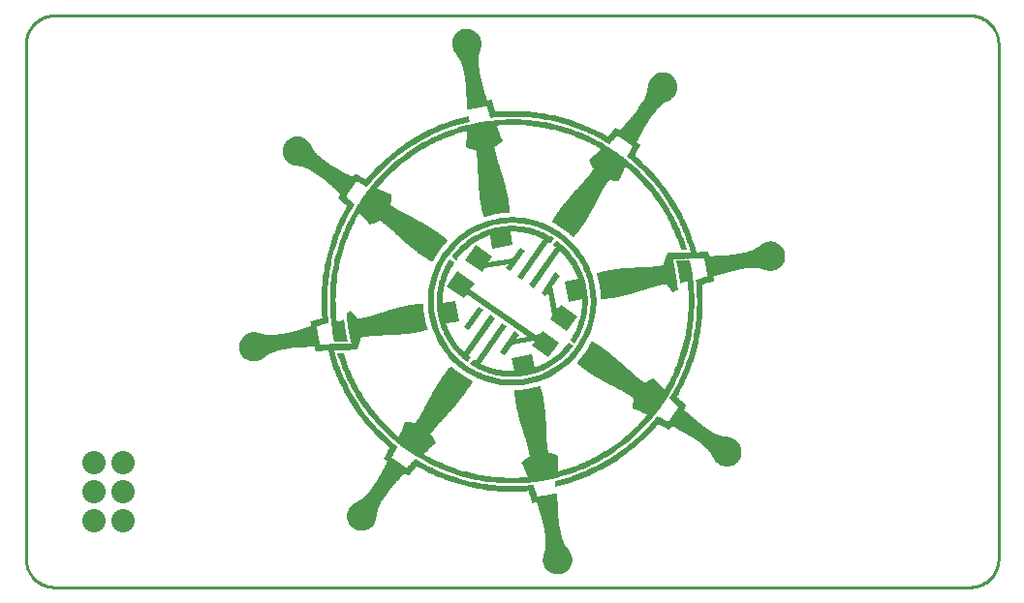
<source format=gts>
G04 (created by PCBNEW-RS274X (2012-apr-16-27)-stable) date Sat 31 Aug 2013 11:02:28 PM CEST*
G01*
G70*
G90*
%MOIN*%
G04 Gerber Fmt 3.4, Leading zero omitted, Abs format*
%FSLAX34Y34*%
G04 APERTURE LIST*
%ADD10C,0.006000*%
%ADD11C,0.000100*%
%ADD12C,0.010000*%
%ADD13C,0.080000*%
G04 APERTURE END LIST*
G54D10*
G54D11*
G36*
X39315Y-25438D02*
X39272Y-25452D01*
X39232Y-25469D01*
X39194Y-25490D01*
X39158Y-25514D01*
X39124Y-25541D01*
X39092Y-25570D01*
X39064Y-25602D01*
X39038Y-25636D01*
X39015Y-25672D01*
X38995Y-25710D01*
X38978Y-25750D01*
X38964Y-25791D01*
X38955Y-25833D01*
X38948Y-25876D01*
X38946Y-25920D01*
X38948Y-25964D01*
X38953Y-26009D01*
X38962Y-26051D01*
X38974Y-26090D01*
X38988Y-26127D01*
X39004Y-26161D01*
X39020Y-26193D01*
X39038Y-26222D01*
X39056Y-26249D01*
X39076Y-26279D01*
X39097Y-26309D01*
X39118Y-26337D01*
X39139Y-26364D01*
X39158Y-26389D01*
X39170Y-26407D01*
X39182Y-26427D01*
X39194Y-26447D01*
X39206Y-26470D01*
X39219Y-26494D01*
X39232Y-26521D01*
X39245Y-26549D01*
X39257Y-26581D01*
X39270Y-26615D01*
X39283Y-26652D01*
X39296Y-26692D01*
X39309Y-26735D01*
X39321Y-26783D01*
X39334Y-26833D01*
X39346Y-26888D01*
X39358Y-26948D01*
X39370Y-27011D01*
X39377Y-27053D01*
X39384Y-27094D01*
X39390Y-27133D01*
X39395Y-27170D01*
X39400Y-27206D01*
X39404Y-27241D01*
X39408Y-27275D01*
X39412Y-27309D01*
X39415Y-27342D01*
X39418Y-27375D01*
X39421Y-27407D01*
X39423Y-27440D01*
X39425Y-27473D01*
X39427Y-27507D01*
X39429Y-27541D01*
X39431Y-27576D01*
X39433Y-27612D01*
X39435Y-27650D01*
X39437Y-27688D01*
X39439Y-27729D01*
X39441Y-27771D01*
X39443Y-27816D01*
X39446Y-27862D01*
X39448Y-27911D01*
X39451Y-27963D01*
X39455Y-28017D01*
X39459Y-28074D01*
X39460Y-28111D01*
X39461Y-28147D01*
X39461Y-28182D01*
X39463Y-28218D01*
X39502Y-28209D01*
X39541Y-28200D01*
X39581Y-28191D01*
X39620Y-28183D01*
X39660Y-28175D01*
X39699Y-28167D01*
X39739Y-28160D01*
X39778Y-28153D01*
X39817Y-28146D01*
X39856Y-28139D01*
X39894Y-28133D01*
X39932Y-28127D01*
X39970Y-28121D01*
X40007Y-28115D01*
X40044Y-28109D01*
X40080Y-28104D01*
X40115Y-28099D01*
X40149Y-28094D01*
X40150Y-28097D01*
X40161Y-28133D01*
X40172Y-28169D01*
X40183Y-28206D01*
X40195Y-28243D01*
X40206Y-28280D01*
X40217Y-28317D01*
X40228Y-28353D01*
X40239Y-28390D01*
X40249Y-28426D01*
X40260Y-28461D01*
X40270Y-28495D01*
X40274Y-28498D01*
X40411Y-28484D01*
X40549Y-28472D01*
X40686Y-28463D01*
X40822Y-28457D01*
X40959Y-28454D01*
X41094Y-28455D01*
X41230Y-28458D01*
X41364Y-28463D01*
X41499Y-28472D01*
X41632Y-28483D01*
X41765Y-28498D01*
X41898Y-28515D01*
X42029Y-28534D01*
X42160Y-28557D01*
X42290Y-28582D01*
X42420Y-28610D01*
X42548Y-28640D01*
X42676Y-28673D01*
X42802Y-28709D01*
X42928Y-28747D01*
X43053Y-28788D01*
X43176Y-28831D01*
X43299Y-28877D01*
X43421Y-28926D01*
X43541Y-28976D01*
X43660Y-29029D01*
X43778Y-29085D01*
X43895Y-29143D01*
X44011Y-29203D01*
X44125Y-29266D01*
X44238Y-29331D01*
X44349Y-29398D01*
X44376Y-29371D01*
X44403Y-29343D01*
X44430Y-29314D01*
X44457Y-29286D01*
X44484Y-29257D01*
X44511Y-29229D01*
X44537Y-29200D01*
X44563Y-29173D01*
X44588Y-29146D01*
X44612Y-29119D01*
X44634Y-29094D01*
X44668Y-29115D01*
X44702Y-29137D01*
X44736Y-29159D01*
X44770Y-29181D01*
X44805Y-29203D01*
X44839Y-29226D01*
X44873Y-29249D01*
X44906Y-29272D01*
X44940Y-29295D01*
X44973Y-29318D01*
X45005Y-29341D01*
X45037Y-29364D01*
X45068Y-29387D01*
X45098Y-29409D01*
X45128Y-29431D01*
X45156Y-29453D01*
X45137Y-29488D01*
X45118Y-29523D01*
X45099Y-29558D01*
X45080Y-29592D01*
X45061Y-29627D01*
X45042Y-29661D01*
X45024Y-29694D01*
X45006Y-29728D01*
X44989Y-29760D01*
X44973Y-29792D01*
X44957Y-29823D01*
X45053Y-29901D01*
X45148Y-29980D01*
X45241Y-30062D01*
X45333Y-30145D01*
X45424Y-30230D01*
X45512Y-30317D01*
X45599Y-30405D01*
X45684Y-30496D01*
X45768Y-30587D01*
X45850Y-30681D01*
X45930Y-30776D01*
X46008Y-30873D01*
X46085Y-30972D01*
X46159Y-31072D01*
X46232Y-31174D01*
X46303Y-31278D01*
X46371Y-31383D01*
X46438Y-31489D01*
X46503Y-31597D01*
X46566Y-31706D01*
X46626Y-31817D01*
X46685Y-31930D01*
X46741Y-32044D01*
X46795Y-32159D01*
X46848Y-32275D01*
X46897Y-32393D01*
X46945Y-32513D01*
X46990Y-32633D01*
X47033Y-32755D01*
X47074Y-32878D01*
X47112Y-33003D01*
X47147Y-33128D01*
X47110Y-33130D01*
X47072Y-33131D01*
X47034Y-33133D01*
X46997Y-33134D01*
X46961Y-33135D01*
X46927Y-33136D01*
X46911Y-33136D01*
X46886Y-33136D01*
X46852Y-33137D01*
X46812Y-33138D01*
X46767Y-33138D01*
X46718Y-33139D01*
X46667Y-33140D01*
X46616Y-33141D01*
X46565Y-33141D01*
X46516Y-33142D01*
X46471Y-33143D01*
X46432Y-33143D01*
X46399Y-33144D01*
X46375Y-33144D01*
X46360Y-33144D01*
X46346Y-33171D01*
X46333Y-33198D01*
X46322Y-33228D01*
X46313Y-33256D01*
X46303Y-33284D01*
X46290Y-33322D01*
X46281Y-33346D01*
X46270Y-33375D01*
X46259Y-33409D01*
X46247Y-33447D01*
X46236Y-33487D01*
X46227Y-33529D01*
X46220Y-33570D01*
X46181Y-33577D01*
X46143Y-33583D01*
X46107Y-33589D01*
X46072Y-33595D01*
X46038Y-33599D01*
X46005Y-33604D01*
X45972Y-33608D01*
X45939Y-33612D01*
X45905Y-33616D01*
X45871Y-33619D01*
X45836Y-33622D01*
X45800Y-33625D01*
X45762Y-33627D01*
X45723Y-33630D01*
X45681Y-33632D01*
X45636Y-33634D01*
X45589Y-33636D01*
X45538Y-33638D01*
X45500Y-33639D01*
X45462Y-33641D01*
X45424Y-33642D01*
X45385Y-33644D01*
X45345Y-33646D01*
X45305Y-33647D01*
X45265Y-33649D01*
X45224Y-33651D01*
X45183Y-33653D01*
X45142Y-33656D01*
X45101Y-33658D01*
X45059Y-33660D01*
X45018Y-33663D01*
X44976Y-33666D01*
X44935Y-33669D01*
X44893Y-33672D01*
X44852Y-33675D01*
X44811Y-33679D01*
X44770Y-33683D01*
X44729Y-33686D01*
X44689Y-33691D01*
X44649Y-33695D01*
X44610Y-33699D01*
X44571Y-33704D01*
X44532Y-33709D01*
X44494Y-33715D01*
X44457Y-33720D01*
X44420Y-33726D01*
X44384Y-33732D01*
X44350Y-33738D01*
X44315Y-33745D01*
X44280Y-33752D01*
X44244Y-33759D01*
X44208Y-33767D01*
X44172Y-33775D01*
X44135Y-33784D01*
X44098Y-33792D01*
X44060Y-33802D01*
X44023Y-33811D01*
X43985Y-33821D01*
X43947Y-33830D01*
X43909Y-33840D01*
X43921Y-33876D01*
X43933Y-33912D01*
X43944Y-33948D01*
X43955Y-33984D01*
X43965Y-34021D01*
X43975Y-34057D01*
X43985Y-34094D01*
X43994Y-34131D01*
X44003Y-34169D01*
X44011Y-34206D01*
X44019Y-34244D01*
X44026Y-34282D01*
X44032Y-34320D01*
X44038Y-34358D01*
X44043Y-34397D01*
X44048Y-34435D01*
X44052Y-34473D01*
X44056Y-34512D01*
X44059Y-34550D01*
X44061Y-34588D01*
X44064Y-34626D01*
X44065Y-34664D01*
X44067Y-34702D01*
X44068Y-34740D01*
X44107Y-34737D01*
X44145Y-34733D01*
X44184Y-34730D01*
X44222Y-34726D01*
X44260Y-34722D01*
X44298Y-34718D01*
X44335Y-34714D01*
X44372Y-34709D01*
X44409Y-34705D01*
X44444Y-34700D01*
X44480Y-34695D01*
X44514Y-34689D01*
X44548Y-34683D01*
X44584Y-34677D01*
X44620Y-34670D01*
X44658Y-34662D01*
X44695Y-34654D01*
X44733Y-34646D01*
X44771Y-34637D01*
X44810Y-34628D01*
X44849Y-34618D01*
X44888Y-34608D01*
X44928Y-34598D01*
X44968Y-34587D01*
X45007Y-34577D01*
X45047Y-34566D01*
X45087Y-34554D01*
X45127Y-34543D01*
X45167Y-34531D01*
X45207Y-34520D01*
X45247Y-34508D01*
X45287Y-34496D01*
X45326Y-34484D01*
X45365Y-34472D01*
X45404Y-34460D01*
X45443Y-34448D01*
X45481Y-34436D01*
X45519Y-34424D01*
X45556Y-34412D01*
X45593Y-34400D01*
X45629Y-34389D01*
X45665Y-34377D01*
X45713Y-34362D01*
X45758Y-34347D01*
X45801Y-34334D01*
X45842Y-34322D01*
X45880Y-34311D01*
X45917Y-34300D01*
X45952Y-34290D01*
X45986Y-34281D01*
X46019Y-34272D01*
X46052Y-34264D01*
X46084Y-34256D01*
X46117Y-34249D01*
X46150Y-34242D01*
X46184Y-34235D01*
X46219Y-34228D01*
X46255Y-34221D01*
X46293Y-34214D01*
X46333Y-34206D01*
X46352Y-34242D01*
X46372Y-34276D01*
X46394Y-34309D01*
X46417Y-34340D01*
X46441Y-34370D01*
X46466Y-34399D01*
X46491Y-34425D01*
X46556Y-34492D01*
X46633Y-34450D01*
X46657Y-34439D01*
X46686Y-34427D01*
X46718Y-34414D01*
X46714Y-34374D01*
X46710Y-34333D01*
X46705Y-34291D01*
X46701Y-34250D01*
X46695Y-34207D01*
X46690Y-34165D01*
X46685Y-34124D01*
X46679Y-34083D01*
X46673Y-34042D01*
X46668Y-34003D01*
X46662Y-33965D01*
X46656Y-33929D01*
X46651Y-33894D01*
X46645Y-33862D01*
X46640Y-33831D01*
X46634Y-33795D01*
X46627Y-33758D01*
X46620Y-33721D01*
X46613Y-33684D01*
X46606Y-33648D01*
X46599Y-33611D01*
X46592Y-33575D01*
X46584Y-33539D01*
X46576Y-33502D01*
X46568Y-33466D01*
X46560Y-33430D01*
X46551Y-33394D01*
X46543Y-33359D01*
X46856Y-33356D01*
X46860Y-33356D01*
X46933Y-33353D01*
X46958Y-33352D01*
X46982Y-33352D01*
X47106Y-33354D01*
X47105Y-33348D01*
X47137Y-33347D01*
X47171Y-33348D01*
X47204Y-33348D01*
X47217Y-33345D01*
X47251Y-33345D01*
X47285Y-33344D01*
X47320Y-33344D01*
X47354Y-33342D01*
X47380Y-33340D01*
X47406Y-33337D01*
X47441Y-33336D01*
X47476Y-33335D01*
X47510Y-33335D01*
X47545Y-33334D01*
X47581Y-33333D01*
X47617Y-33331D01*
X47625Y-33363D01*
X47633Y-33394D01*
X47642Y-33425D01*
X47649Y-33456D01*
X47657Y-33494D01*
X47664Y-33533D01*
X47670Y-33571D01*
X47677Y-33609D01*
X47683Y-33648D01*
X47690Y-33684D01*
X47697Y-33720D01*
X47703Y-33756D01*
X47709Y-33792D01*
X47715Y-33829D01*
X47719Y-33860D01*
X47721Y-33891D01*
X47723Y-33923D01*
X47727Y-33954D01*
X47701Y-33961D01*
X47675Y-33967D01*
X47649Y-33974D01*
X47526Y-34014D01*
X47522Y-34014D01*
X47487Y-34025D01*
X47453Y-34036D01*
X47419Y-34047D01*
X47390Y-34056D01*
X47360Y-34064D01*
X47332Y-34073D01*
X47346Y-34210D01*
X47358Y-34348D01*
X47367Y-34485D01*
X47373Y-34622D01*
X47375Y-34758D01*
X47375Y-34894D01*
X47372Y-35029D01*
X47366Y-35164D01*
X47358Y-35299D01*
X47346Y-35432D01*
X47332Y-35566D01*
X47315Y-35698D01*
X47295Y-35830D01*
X47272Y-35961D01*
X47247Y-36091D01*
X47219Y-36221D01*
X47188Y-36349D01*
X47155Y-36477D01*
X47119Y-36604D01*
X47081Y-36730D01*
X47040Y-36854D01*
X46997Y-36978D01*
X46951Y-37101D01*
X46902Y-37223D01*
X46851Y-37343D01*
X46798Y-37463D01*
X46742Y-37581D01*
X46684Y-37698D01*
X46624Y-37814D01*
X46561Y-37928D01*
X46496Y-38041D01*
X46429Y-38152D01*
X46451Y-38173D01*
X46474Y-38194D01*
X46496Y-38215D01*
X46522Y-38239D01*
X46547Y-38263D01*
X46573Y-38288D01*
X46599Y-38312D01*
X46624Y-38337D01*
X46651Y-38362D01*
X46678Y-38387D01*
X46705Y-38412D01*
X46733Y-38437D01*
X46737Y-38440D01*
X46718Y-38470D01*
X46699Y-38500D01*
X46679Y-38530D01*
X46659Y-38560D01*
X46640Y-38590D01*
X46620Y-38620D01*
X46599Y-38649D01*
X46579Y-38678D01*
X46559Y-38708D01*
X46536Y-38739D01*
X46514Y-38771D01*
X46491Y-38803D01*
X46468Y-38834D01*
X46444Y-38866D01*
X46421Y-38897D01*
X46397Y-38928D01*
X46374Y-38959D01*
X46370Y-38956D01*
X46345Y-38943D01*
X46320Y-38930D01*
X46296Y-38916D01*
X46186Y-38855D01*
X46182Y-38852D01*
X46161Y-38841D01*
X46140Y-38831D01*
X46136Y-38828D01*
X46111Y-38815D01*
X46085Y-38802D01*
X46058Y-38788D01*
X46031Y-38774D01*
X46004Y-38760D01*
X45922Y-38861D01*
X45838Y-38961D01*
X45752Y-39059D01*
X45664Y-39155D01*
X45574Y-39250D01*
X45482Y-39343D01*
X45388Y-39434D01*
X45292Y-39523D01*
X45194Y-39610D01*
X45094Y-39695D01*
X44993Y-39778D01*
X44890Y-39859D01*
X44784Y-39938D01*
X44677Y-40015D01*
X44569Y-40090D01*
X44458Y-40163D01*
X44346Y-40233D01*
X44232Y-40302D01*
X44117Y-40368D01*
X44000Y-40432D01*
X43881Y-40493D01*
X43761Y-40552D01*
X43639Y-40609D01*
X43516Y-40663D01*
X43391Y-40714D01*
X43265Y-40763D01*
X43138Y-40810D01*
X43009Y-40854D01*
X42878Y-40895D01*
X42746Y-40934D01*
X42613Y-40970D01*
X42479Y-41003D01*
X42480Y-41042D01*
X42481Y-41082D01*
X42483Y-41123D01*
X42484Y-41163D01*
X42486Y-41203D01*
X42620Y-41171D01*
X42752Y-41136D01*
X42884Y-41098D01*
X43014Y-41058D01*
X43143Y-41016D01*
X43270Y-40971D01*
X43396Y-40923D01*
X43521Y-40873D01*
X43644Y-40821D01*
X43766Y-40766D01*
X43886Y-40709D01*
X44005Y-40650D01*
X44122Y-40588D01*
X44238Y-40524D01*
X44352Y-40458D01*
X44465Y-40390D01*
X44576Y-40320D01*
X44685Y-40247D01*
X44793Y-40173D01*
X44899Y-40096D01*
X45004Y-40017D01*
X45106Y-39937D01*
X45207Y-39854D01*
X45306Y-39770D01*
X45404Y-39684D01*
X45499Y-39595D01*
X45593Y-39505D01*
X45685Y-39414D01*
X45775Y-39320D01*
X45863Y-39225D01*
X45949Y-39128D01*
X46034Y-39030D01*
X46057Y-39041D01*
X46080Y-39053D01*
X46193Y-39111D01*
X46226Y-39129D01*
X46260Y-39148D01*
X46294Y-39166D01*
X46328Y-39185D01*
X46362Y-39204D01*
X46396Y-39223D01*
X46411Y-39231D01*
X46432Y-39206D01*
X46453Y-39180D01*
X46474Y-39155D01*
X46495Y-39129D01*
X46516Y-39103D01*
X46561Y-39128D01*
X46605Y-39152D01*
X46647Y-39175D01*
X46687Y-39196D01*
X46725Y-39217D01*
X46762Y-39237D01*
X46797Y-39256D01*
X46831Y-39274D01*
X46864Y-39291D01*
X46895Y-39309D01*
X46926Y-39325D01*
X46956Y-39342D01*
X46986Y-39358D01*
X47015Y-39375D01*
X47044Y-39391D01*
X47072Y-39408D01*
X47101Y-39425D01*
X47130Y-39442D01*
X47159Y-39460D01*
X47188Y-39478D01*
X47218Y-39497D01*
X47248Y-39517D01*
X47280Y-39538D01*
X47312Y-39560D01*
X47345Y-39583D01*
X47380Y-39607D01*
X47433Y-39644D01*
X47481Y-39680D01*
X47526Y-39714D01*
X47567Y-39747D01*
X47605Y-39778D01*
X47639Y-39808D01*
X47671Y-39836D01*
X47699Y-39863D01*
X47725Y-39889D01*
X47748Y-39913D01*
X47769Y-39937D01*
X47788Y-39959D01*
X47805Y-39981D01*
X47820Y-40001D01*
X47834Y-40021D01*
X47847Y-40040D01*
X47858Y-40058D01*
X47875Y-40088D01*
X47890Y-40117D01*
X47904Y-40148D01*
X47920Y-40180D01*
X47938Y-40213D01*
X47942Y-40216D01*
X47959Y-40243D01*
X47978Y-40272D01*
X48000Y-40301D01*
X48025Y-40329D01*
X48053Y-40358D01*
X48084Y-40385D01*
X48118Y-40411D01*
X48156Y-40435D01*
X48196Y-40456D01*
X48237Y-40472D01*
X48278Y-40485D01*
X48321Y-40494D01*
X48364Y-40499D01*
X48406Y-40500D01*
X48449Y-40498D01*
X48491Y-40492D01*
X48533Y-40482D01*
X48574Y-40469D01*
X48614Y-40453D01*
X48652Y-40433D01*
X48689Y-40410D01*
X48724Y-40383D01*
X48756Y-40354D01*
X48787Y-40321D01*
X48815Y-40285D01*
X48829Y-40265D01*
X48843Y-40244D01*
X48863Y-40205D01*
X48879Y-40164D01*
X48891Y-40122D01*
X48900Y-40080D01*
X48905Y-40037D01*
X48907Y-39994D01*
X48905Y-39951D01*
X48899Y-39909D01*
X48890Y-39867D01*
X48877Y-39826D01*
X48861Y-39787D01*
X48842Y-39748D01*
X48819Y-39712D01*
X48793Y-39677D01*
X48763Y-39644D01*
X48731Y-39614D01*
X48695Y-39586D01*
X48659Y-39563D01*
X48623Y-39544D01*
X48587Y-39527D01*
X48551Y-39514D01*
X48517Y-39503D01*
X48483Y-39494D01*
X48452Y-39488D01*
X48448Y-39485D01*
X48411Y-39479D01*
X48376Y-39474D01*
X48343Y-39470D01*
X48311Y-39465D01*
X48278Y-39459D01*
X48257Y-39455D01*
X48235Y-39449D01*
X48211Y-39443D01*
X48186Y-39436D01*
X48160Y-39428D01*
X48132Y-39418D01*
X48103Y-39407D01*
X48071Y-39394D01*
X48038Y-39379D01*
X48003Y-39362D01*
X47965Y-39342D01*
X47925Y-39320D01*
X47883Y-39296D01*
X47838Y-39269D01*
X47791Y-39238D01*
X47740Y-39205D01*
X47687Y-39168D01*
X47652Y-39144D01*
X47619Y-39120D01*
X47588Y-39097D01*
X47558Y-39074D01*
X47529Y-39052D01*
X47501Y-39030D01*
X47474Y-39009D01*
X47448Y-38988D01*
X47423Y-38967D01*
X47398Y-38945D01*
X47373Y-38924D01*
X47348Y-38902D01*
X47323Y-38880D01*
X47298Y-38858D01*
X47273Y-38835D01*
X47247Y-38812D01*
X47220Y-38787D01*
X47193Y-38762D01*
X47164Y-38736D01*
X47135Y-38709D01*
X47104Y-38681D01*
X47071Y-38652D01*
X47037Y-38621D01*
X47002Y-38589D01*
X46964Y-38555D01*
X46924Y-38520D01*
X46941Y-38493D01*
X46957Y-38465D01*
X46973Y-38437D01*
X46989Y-38410D01*
X47006Y-38382D01*
X46993Y-38370D01*
X46964Y-38345D01*
X46935Y-38319D01*
X46906Y-38294D01*
X46878Y-38269D01*
X46850Y-38244D01*
X46823Y-38220D01*
X46795Y-38195D01*
X46768Y-38170D01*
X46741Y-38146D01*
X46714Y-38121D01*
X46687Y-38096D01*
X46748Y-37989D01*
X46807Y-37881D01*
X46863Y-37772D01*
X46918Y-37661D01*
X46971Y-37550D01*
X47021Y-37437D01*
X47070Y-37324D01*
X47116Y-37209D01*
X47160Y-37094D01*
X47202Y-36977D01*
X47242Y-36860D01*
X47280Y-36742D01*
X47316Y-36623D01*
X47349Y-36503D01*
X47380Y-36382D01*
X47409Y-36261D01*
X47435Y-36139D01*
X47459Y-36016D01*
X47481Y-35893D01*
X47501Y-35769D01*
X47518Y-35644D01*
X47533Y-35519D01*
X47545Y-35393D01*
X47555Y-35266D01*
X47562Y-35140D01*
X47567Y-35012D01*
X47570Y-34884D01*
X47570Y-34756D01*
X47567Y-34628D01*
X47562Y-34499D01*
X47555Y-34369D01*
X47544Y-34240D01*
X47569Y-34232D01*
X47594Y-34224D01*
X47715Y-34185D01*
X47751Y-34174D01*
X47788Y-34164D01*
X47825Y-34155D01*
X47862Y-34145D01*
X47899Y-34135D01*
X47937Y-34125D01*
X47953Y-34118D01*
X47949Y-34081D01*
X47945Y-34045D01*
X47941Y-34008D01*
X47932Y-33960D01*
X47983Y-33945D01*
X48031Y-33931D01*
X48077Y-33917D01*
X48120Y-33904D01*
X48162Y-33891D01*
X48202Y-33879D01*
X48240Y-33867D01*
X48277Y-33856D01*
X48313Y-33845D01*
X48348Y-33835D01*
X48381Y-33825D01*
X48415Y-33815D01*
X48447Y-33805D01*
X48479Y-33796D01*
X48511Y-33787D01*
X48543Y-33779D01*
X48575Y-33770D01*
X48608Y-33762D01*
X48641Y-33754D01*
X48675Y-33746D01*
X48709Y-33738D01*
X48745Y-33731D01*
X48782Y-33723D01*
X48820Y-33716D01*
X48860Y-33708D01*
X48902Y-33701D01*
X48966Y-33690D01*
X49025Y-33681D01*
X49081Y-33673D01*
X49134Y-33667D01*
X49183Y-33663D01*
X49228Y-33660D01*
X49270Y-33658D01*
X49310Y-33657D01*
X49346Y-33657D01*
X49381Y-33658D01*
X49412Y-33660D01*
X49442Y-33662D01*
X49469Y-33666D01*
X49495Y-33669D01*
X49518Y-33674D01*
X49541Y-33678D01*
X49562Y-33683D01*
X49595Y-33692D01*
X49628Y-33702D01*
X49661Y-33712D01*
X49695Y-33723D01*
X49733Y-33734D01*
X49733Y-33737D01*
X49764Y-33745D01*
X49798Y-33751D01*
X49833Y-33755D01*
X49870Y-33757D01*
X49910Y-33757D01*
X49950Y-33754D01*
X49993Y-33748D01*
X50037Y-33738D01*
X50080Y-33724D01*
X50120Y-33707D01*
X50159Y-33686D01*
X50195Y-33663D01*
X50229Y-33636D01*
X50260Y-33607D01*
X50289Y-33575D01*
X50315Y-33541D01*
X50338Y-33504D01*
X50358Y-33466D01*
X50374Y-33427D01*
X50387Y-33385D01*
X50397Y-33343D01*
X50403Y-33300D01*
X50405Y-33255D01*
X50403Y-33211D01*
X50398Y-33165D01*
X50394Y-33141D01*
X50389Y-33118D01*
X50377Y-33081D01*
X50363Y-33046D01*
X50346Y-33013D01*
X50327Y-32980D01*
X50306Y-32950D01*
X50283Y-32921D01*
X50257Y-32893D01*
X50230Y-32868D01*
X50202Y-32845D01*
X50172Y-32824D01*
X50140Y-32806D01*
X50108Y-32790D01*
X50074Y-32777D01*
X50040Y-32766D01*
X50004Y-32758D01*
X49968Y-32752D01*
X49931Y-32749D01*
X49894Y-32749D01*
X49856Y-32751D01*
X49818Y-32756D01*
X49776Y-32766D01*
X49737Y-32778D01*
X49700Y-32792D01*
X49666Y-32809D01*
X49635Y-32826D01*
X49605Y-32844D01*
X49579Y-32862D01*
X49576Y-32862D01*
X49544Y-32884D01*
X49516Y-32905D01*
X49489Y-32924D01*
X49462Y-32943D01*
X49434Y-32961D01*
X49416Y-32973D01*
X49397Y-32985D01*
X49377Y-32997D01*
X49354Y-33010D01*
X49330Y-33022D01*
X49304Y-33035D01*
X49275Y-33048D01*
X49244Y-33061D01*
X49211Y-33074D01*
X49174Y-33086D01*
X49134Y-33099D01*
X49091Y-33112D01*
X49044Y-33125D01*
X48993Y-33137D01*
X48938Y-33149D01*
X48879Y-33161D01*
X48816Y-33173D01*
X48774Y-33180D01*
X48734Y-33186D01*
X48695Y-33192D01*
X48658Y-33198D01*
X48621Y-33203D01*
X48586Y-33207D01*
X48551Y-33211D01*
X48517Y-33215D01*
X48483Y-33218D01*
X48450Y-33222D01*
X48416Y-33224D01*
X48382Y-33227D01*
X48349Y-33229D01*
X48314Y-33231D01*
X48279Y-33233D01*
X48244Y-33235D01*
X48207Y-33237D01*
X48169Y-33239D01*
X48130Y-33241D01*
X48090Y-33243D01*
X48048Y-33245D01*
X48004Y-33247D01*
X47959Y-33250D01*
X47911Y-33253D01*
X47861Y-33255D01*
X47809Y-33259D01*
X47799Y-33207D01*
X47773Y-33099D01*
X47756Y-33099D01*
X47718Y-33101D01*
X47681Y-33104D01*
X47644Y-33106D01*
X47606Y-33109D01*
X47569Y-33112D01*
X47532Y-33114D01*
X47496Y-33116D01*
X47459Y-33119D01*
X47423Y-33121D01*
X47387Y-33123D01*
X47351Y-33124D01*
X47317Y-32999D01*
X47280Y-32875D01*
X47240Y-32752D01*
X47199Y-32630D01*
X47155Y-32509D01*
X47109Y-32390D01*
X47061Y-32272D01*
X47010Y-32155D01*
X46958Y-32040D01*
X46903Y-31925D01*
X46846Y-31813D01*
X46787Y-31701D01*
X46727Y-31591D01*
X46664Y-31483D01*
X46599Y-31375D01*
X46532Y-31270D01*
X46464Y-31165D01*
X46393Y-31062D01*
X46321Y-30961D01*
X46247Y-30861D01*
X46171Y-30763D01*
X46093Y-30666D01*
X46014Y-30571D01*
X45933Y-30478D01*
X45850Y-30386D01*
X45766Y-30296D01*
X45680Y-30207D01*
X45592Y-30120D01*
X45503Y-30035D01*
X45412Y-29952D01*
X45320Y-29870D01*
X45226Y-29790D01*
X45244Y-29754D01*
X45263Y-29719D01*
X45281Y-29683D01*
X45300Y-29648D01*
X45319Y-29613D01*
X45337Y-29579D01*
X45356Y-29544D01*
X45374Y-29510D01*
X45392Y-29477D01*
X45410Y-29444D01*
X45427Y-29412D01*
X45396Y-29388D01*
X45364Y-29363D01*
X45333Y-29339D01*
X45301Y-29315D01*
X45326Y-29269D01*
X45350Y-29224D01*
X45373Y-29182D01*
X45394Y-29142D01*
X45415Y-29104D01*
X45435Y-29067D01*
X45453Y-29031D01*
X45472Y-28997D01*
X45489Y-28964D01*
X45506Y-28932D01*
X45523Y-28901D01*
X45539Y-28870D01*
X45556Y-28840D01*
X45572Y-28811D01*
X45588Y-28782D01*
X45605Y-28753D01*
X45622Y-28724D01*
X45639Y-28695D01*
X45656Y-28666D01*
X45675Y-28636D01*
X45694Y-28606D01*
X45713Y-28576D01*
X45734Y-28544D01*
X45756Y-28512D01*
X45779Y-28478D01*
X45803Y-28443D01*
X45841Y-28391D01*
X45876Y-28342D01*
X45911Y-28298D01*
X45943Y-28257D01*
X45975Y-28219D01*
X46004Y-28185D01*
X46033Y-28154D01*
X46060Y-28126D01*
X46086Y-28101D01*
X46110Y-28078D01*
X46134Y-28057D01*
X46156Y-28038D01*
X46178Y-28021D01*
X46198Y-28006D01*
X46218Y-27993D01*
X46237Y-27980D01*
X46255Y-27969D01*
X46285Y-27952D01*
X46314Y-27937D01*
X46345Y-27923D01*
X46377Y-27907D01*
X46410Y-27889D01*
X46443Y-27864D01*
X46475Y-27839D01*
X46506Y-27814D01*
X46535Y-27789D01*
X46562Y-27763D01*
X46587Y-27736D01*
X46608Y-27709D01*
X46632Y-27671D01*
X46653Y-27631D01*
X46669Y-27590D01*
X46682Y-27549D01*
X46691Y-27506D01*
X46696Y-27463D01*
X46697Y-27421D01*
X46695Y-27378D01*
X46689Y-27336D01*
X46679Y-27294D01*
X46666Y-27253D01*
X46650Y-27213D01*
X46630Y-27175D01*
X46607Y-27138D01*
X46580Y-27103D01*
X46551Y-27070D01*
X46518Y-27040D01*
X46481Y-27012D01*
X46461Y-26997D01*
X46441Y-26984D01*
X46402Y-26964D01*
X46361Y-26948D01*
X46319Y-26936D01*
X46277Y-26927D01*
X46234Y-26922D01*
X46191Y-26920D01*
X46148Y-26922D01*
X46106Y-26928D01*
X46064Y-26937D01*
X46023Y-26950D01*
X45984Y-26966D01*
X45945Y-26985D01*
X45909Y-27008D01*
X45874Y-27034D01*
X45841Y-27063D01*
X45811Y-27096D01*
X45783Y-27132D01*
X45760Y-27168D01*
X45741Y-27204D01*
X45726Y-27240D01*
X45713Y-27275D01*
X45703Y-27310D01*
X45695Y-27343D01*
X45689Y-27374D01*
X45682Y-27411D01*
X45675Y-27448D01*
X45670Y-27485D01*
X45665Y-27520D01*
X45660Y-27552D01*
X45655Y-27573D01*
X45650Y-27595D01*
X45644Y-27618D01*
X45637Y-27642D01*
X45629Y-27668D01*
X45619Y-27695D01*
X45607Y-27724D01*
X45594Y-27755D01*
X45579Y-27788D01*
X45562Y-27823D01*
X45542Y-27860D01*
X45520Y-27899D01*
X45496Y-27941D01*
X45468Y-27985D01*
X45438Y-28033D01*
X45405Y-28083D01*
X45368Y-28136D01*
X45344Y-28170D01*
X45320Y-28203D01*
X45297Y-28235D01*
X45274Y-28265D01*
X45252Y-28294D01*
X45230Y-28322D01*
X45208Y-28350D01*
X45187Y-28376D01*
X45165Y-28403D01*
X45144Y-28428D01*
X45122Y-28454D01*
X45100Y-28479D01*
X45078Y-28504D01*
X45056Y-28530D01*
X45032Y-28556D01*
X45009Y-28582D01*
X44984Y-28609D01*
X44959Y-28637D01*
X44933Y-28666D01*
X44906Y-28696D01*
X44878Y-28727D01*
X44848Y-28760D01*
X44818Y-28794D01*
X44786Y-28829D01*
X44753Y-28867D01*
X44718Y-28906D01*
X44690Y-28889D01*
X44662Y-28872D01*
X44635Y-28855D01*
X44607Y-28838D01*
X44579Y-28821D01*
X44552Y-28851D01*
X44526Y-28880D01*
X44499Y-28910D01*
X44472Y-28939D01*
X44445Y-28969D01*
X44418Y-28998D01*
X44392Y-29027D01*
X44366Y-29056D01*
X44341Y-29083D01*
X44317Y-29110D01*
X44293Y-29136D01*
X44186Y-29076D01*
X44078Y-29017D01*
X43968Y-28961D01*
X43858Y-28906D01*
X43746Y-28853D01*
X43634Y-28803D01*
X43520Y-28755D01*
X43406Y-28708D01*
X43290Y-28664D01*
X43174Y-28622D01*
X43057Y-28583D01*
X42938Y-28545D01*
X42819Y-28510D01*
X42700Y-28476D01*
X42579Y-28446D01*
X42458Y-28417D01*
X42336Y-28391D01*
X42213Y-28367D01*
X42089Y-28345D01*
X41965Y-28325D01*
X41841Y-28308D01*
X41715Y-28294D01*
X41589Y-28282D01*
X41463Y-28272D01*
X41336Y-28264D01*
X41209Y-28259D01*
X41081Y-28257D01*
X40953Y-28257D01*
X40824Y-28260D01*
X40695Y-28265D01*
X40566Y-28272D01*
X40437Y-28283D01*
X40425Y-28245D01*
X40414Y-28206D01*
X40402Y-28168D01*
X40391Y-28130D01*
X40380Y-28092D01*
X40368Y-28055D01*
X40357Y-28017D01*
X40346Y-27980D01*
X40336Y-27944D01*
X40325Y-27909D01*
X40315Y-27874D01*
X40281Y-27878D01*
X40248Y-27882D01*
X40216Y-27885D01*
X40185Y-27889D01*
X40153Y-27892D01*
X40138Y-27842D01*
X40124Y-27794D01*
X40110Y-27748D01*
X40097Y-27705D01*
X40085Y-27663D01*
X40073Y-27623D01*
X40061Y-27585D01*
X40050Y-27548D01*
X40040Y-27513D01*
X40029Y-27478D01*
X40019Y-27445D01*
X40010Y-27412D01*
X40000Y-27379D01*
X39992Y-27347D01*
X39983Y-27315D01*
X39974Y-27283D01*
X39966Y-27251D01*
X39958Y-27218D01*
X39950Y-27185D01*
X39942Y-27152D01*
X39935Y-27117D01*
X39927Y-27082D01*
X39920Y-27045D01*
X39912Y-27006D01*
X39905Y-26967D01*
X39898Y-26925D01*
X39887Y-26861D01*
X39878Y-26801D01*
X39870Y-26745D01*
X39864Y-26693D01*
X39860Y-26644D01*
X39857Y-26598D01*
X39855Y-26555D01*
X39854Y-26516D01*
X39854Y-26479D01*
X39855Y-26444D01*
X39856Y-26412D01*
X39859Y-26383D01*
X39862Y-26355D01*
X39866Y-26329D01*
X39870Y-26305D01*
X39875Y-26283D01*
X39879Y-26262D01*
X39891Y-26225D01*
X39902Y-26190D01*
X39912Y-26157D01*
X39922Y-26125D01*
X39931Y-26094D01*
X39938Y-26063D01*
X39945Y-26030D01*
X39950Y-25994D01*
X39953Y-25957D01*
X39953Y-25917D01*
X39951Y-25876D01*
X39945Y-25834D01*
X39936Y-25794D01*
X39924Y-25756D01*
X39910Y-25718D01*
X39892Y-25683D01*
X39872Y-25649D01*
X39849Y-25618D01*
X39824Y-25588D01*
X39796Y-25560D01*
X39767Y-25535D01*
X39736Y-25511D01*
X39704Y-25491D01*
X39670Y-25473D01*
X39635Y-25457D01*
X39598Y-25444D01*
X39561Y-25434D01*
X39522Y-25427D01*
X39483Y-25423D01*
X39443Y-25422D01*
X39403Y-25424D01*
X39362Y-25429D01*
X39338Y-25433D01*
X39314Y-25438D01*
X39315Y-25438D01*
X39315Y-25438D01*
G37*
G36*
X33532Y-29137D02*
X33495Y-29145D01*
X33458Y-29157D01*
X33422Y-29171D01*
X33387Y-29188D01*
X33353Y-29208D01*
X33321Y-29230D01*
X33290Y-29255D01*
X33261Y-29283D01*
X33234Y-29313D01*
X33209Y-29346D01*
X33195Y-29365D01*
X33181Y-29386D01*
X33161Y-29425D01*
X33145Y-29466D01*
X33133Y-29508D01*
X33124Y-29550D01*
X33119Y-29593D01*
X33117Y-29636D01*
X33119Y-29679D01*
X33125Y-29721D01*
X33134Y-29763D01*
X33147Y-29804D01*
X33163Y-29843D01*
X33182Y-29882D01*
X33205Y-29918D01*
X33231Y-29953D01*
X33261Y-29986D01*
X33293Y-30016D01*
X33329Y-30044D01*
X33365Y-30067D01*
X33401Y-30086D01*
X33437Y-30102D01*
X33472Y-30114D01*
X33507Y-30124D01*
X33540Y-30132D01*
X33571Y-30138D01*
X33575Y-30141D01*
X33613Y-30147D01*
X33647Y-30152D01*
X33680Y-30157D01*
X33713Y-30162D01*
X33746Y-30168D01*
X33767Y-30172D01*
X33789Y-30177D01*
X33812Y-30183D01*
X33837Y-30190D01*
X33863Y-30199D01*
X33891Y-30209D01*
X33921Y-30220D01*
X33952Y-30233D01*
X33985Y-30248D01*
X34021Y-30265D01*
X34058Y-30285D01*
X34098Y-30306D01*
X34140Y-30331D01*
X34185Y-30358D01*
X34233Y-30388D01*
X34283Y-30422D01*
X34336Y-30458D01*
X34371Y-30483D01*
X34404Y-30506D01*
X34435Y-30530D01*
X34465Y-30552D01*
X34494Y-30574D01*
X34522Y-30596D01*
X34550Y-30618D01*
X34576Y-30639D01*
X34602Y-30660D01*
X34628Y-30682D01*
X34653Y-30703D01*
X34678Y-30725D01*
X34703Y-30747D01*
X34729Y-30770D01*
X34755Y-30793D01*
X34781Y-30816D01*
X34808Y-30841D01*
X34836Y-30866D01*
X34864Y-30892D01*
X34894Y-30919D01*
X34925Y-30947D01*
X34957Y-30976D01*
X34991Y-31006D01*
X35026Y-31038D01*
X35064Y-31071D01*
X35103Y-31106D01*
X35086Y-31134D01*
X35069Y-31163D01*
X35052Y-31191D01*
X35035Y-31220D01*
X35019Y-31248D01*
X35028Y-31260D01*
X35057Y-31286D01*
X35086Y-31311D01*
X35115Y-31336D01*
X35143Y-31361D01*
X35172Y-31386D01*
X35200Y-31411D01*
X35228Y-31435D01*
X35255Y-31460D01*
X35283Y-31484D01*
X35310Y-31509D01*
X35337Y-31534D01*
X35276Y-31641D01*
X35218Y-31749D01*
X35161Y-31858D01*
X35106Y-31968D01*
X35054Y-32080D01*
X35003Y-32192D01*
X34955Y-32306D01*
X34908Y-32420D01*
X34864Y-32536D01*
X34822Y-32652D01*
X34782Y-32769D01*
X34744Y-32887D01*
X34708Y-33006D01*
X34675Y-33126D01*
X34643Y-33247D01*
X34614Y-33368D01*
X34588Y-33490D01*
X34563Y-33613D01*
X34541Y-33736D01*
X34522Y-33860D01*
X34504Y-33985D01*
X34489Y-34110D01*
X34477Y-34236D01*
X34467Y-34362D01*
X34459Y-34489D01*
X34454Y-34616D01*
X34451Y-34744D01*
X34451Y-34872D01*
X34453Y-35000D01*
X34458Y-35129D01*
X34466Y-35258D01*
X34476Y-35388D01*
X34454Y-35395D01*
X34432Y-35402D01*
X34312Y-35441D01*
X34276Y-35452D01*
X34238Y-35463D01*
X34201Y-35473D01*
X34163Y-35484D01*
X34125Y-35495D01*
X34087Y-35505D01*
X34070Y-35508D01*
X34075Y-35546D01*
X34082Y-35584D01*
X34087Y-35622D01*
X34091Y-35646D01*
X34095Y-35670D01*
X34044Y-35685D01*
X33996Y-35699D01*
X33950Y-35713D01*
X33906Y-35726D01*
X33864Y-35739D01*
X33824Y-35751D01*
X33785Y-35763D01*
X33748Y-35774D01*
X33712Y-35785D01*
X33677Y-35795D01*
X33643Y-35806D01*
X33609Y-35815D01*
X33576Y-35825D01*
X33544Y-35834D01*
X33512Y-35843D01*
X33479Y-35852D01*
X33447Y-35860D01*
X33414Y-35869D01*
X33381Y-35877D01*
X33347Y-35885D01*
X33312Y-35892D01*
X33276Y-35900D01*
X33239Y-35908D01*
X33201Y-35915D01*
X33160Y-35923D01*
X33119Y-35930D01*
X33055Y-35941D01*
X32995Y-35950D01*
X32939Y-35957D01*
X32887Y-35963D01*
X32838Y-35968D01*
X32793Y-35971D01*
X32750Y-35973D01*
X32711Y-35974D01*
X32674Y-35974D01*
X32640Y-35973D01*
X32608Y-35971D01*
X32579Y-35968D01*
X32552Y-35965D01*
X32526Y-35961D01*
X32502Y-35957D01*
X32480Y-35952D01*
X32459Y-35948D01*
X32426Y-35938D01*
X32395Y-35927D01*
X32364Y-35915D01*
X32331Y-35903D01*
X32294Y-35892D01*
X32291Y-35896D01*
X32260Y-35888D01*
X32227Y-35882D01*
X32191Y-35876D01*
X32153Y-35872D01*
X32114Y-35871D01*
X32073Y-35873D01*
X32031Y-35879D01*
X31986Y-35889D01*
X31944Y-35902D01*
X31903Y-35920D01*
X31865Y-35941D01*
X31828Y-35965D01*
X31795Y-35991D01*
X31763Y-36021D01*
X31735Y-36053D01*
X31709Y-36088D01*
X31686Y-36124D01*
X31666Y-36163D01*
X31650Y-36203D01*
X31637Y-36244D01*
X31627Y-36287D01*
X31621Y-36330D01*
X31619Y-36375D01*
X31621Y-36419D01*
X31626Y-36465D01*
X31630Y-36489D01*
X31635Y-36513D01*
X31649Y-36555D01*
X31667Y-36595D01*
X31687Y-36633D01*
X31712Y-36669D01*
X31738Y-36703D01*
X31768Y-36735D01*
X31800Y-36763D01*
X31835Y-36789D01*
X31871Y-36812D01*
X31909Y-36832D01*
X31949Y-36849D01*
X31990Y-36862D01*
X32033Y-36872D01*
X32076Y-36878D01*
X32120Y-36880D01*
X32165Y-36879D01*
X32210Y-36873D01*
X32251Y-36864D01*
X32289Y-36852D01*
X32324Y-36837D01*
X32357Y-36821D01*
X32387Y-36804D01*
X32416Y-36786D01*
X32442Y-36769D01*
X32448Y-36767D01*
X32479Y-36745D01*
X32508Y-36724D01*
X32535Y-36704D01*
X32561Y-36684D01*
X32589Y-36665D01*
X32607Y-36653D01*
X32626Y-36641D01*
X32647Y-36629D01*
X32670Y-36617D01*
X32694Y-36604D01*
X32720Y-36591D01*
X32749Y-36579D01*
X32780Y-36566D01*
X32815Y-36553D01*
X32852Y-36540D01*
X32892Y-36527D01*
X32935Y-36514D01*
X32982Y-36502D01*
X33033Y-36489D01*
X33088Y-36477D01*
X33147Y-36465D01*
X33211Y-36453D01*
X33253Y-36446D01*
X33293Y-36439D01*
X33332Y-36434D01*
X33369Y-36428D01*
X33405Y-36423D01*
X33440Y-36419D01*
X33474Y-36415D01*
X33508Y-36412D01*
X33541Y-36409D01*
X33574Y-36406D01*
X33607Y-36403D01*
X33640Y-36401D01*
X33673Y-36399D01*
X33707Y-36397D01*
X33741Y-36396D01*
X33776Y-36394D01*
X33812Y-36392D01*
X33850Y-36391D01*
X33888Y-36389D01*
X33929Y-36387D01*
X33970Y-36385D01*
X34014Y-36383D01*
X34060Y-36381D01*
X34108Y-36378D01*
X34159Y-36375D01*
X34212Y-36372D01*
X34218Y-36397D01*
X34225Y-36423D01*
X34251Y-36531D01*
X34268Y-36531D01*
X34306Y-36529D01*
X34344Y-36526D01*
X34382Y-36524D01*
X34419Y-36522D01*
X34457Y-36520D01*
X34494Y-36518D01*
X34531Y-36516D01*
X34568Y-36514D01*
X34604Y-36512D01*
X34641Y-36510D01*
X34677Y-36509D01*
X34712Y-36634D01*
X34749Y-36758D01*
X34788Y-36881D01*
X34829Y-37002D01*
X34873Y-37123D01*
X34919Y-37242D01*
X34967Y-37360D01*
X35017Y-37476D01*
X35070Y-37591D01*
X35124Y-37705D01*
X35181Y-37818D01*
X35240Y-37929D01*
X35300Y-38039D01*
X35363Y-38147D01*
X35427Y-38254D01*
X35494Y-38360D01*
X35562Y-38464D01*
X35633Y-38566D01*
X35705Y-38668D01*
X35779Y-38767D01*
X35854Y-38865D01*
X35932Y-38962D01*
X36011Y-39057D01*
X36092Y-39150D01*
X36175Y-39242D01*
X36259Y-39332D01*
X36345Y-39420D01*
X36432Y-39507D01*
X36521Y-39592D01*
X36612Y-39675D01*
X36704Y-39757D01*
X36797Y-39837D01*
X36784Y-39862D01*
X36771Y-39887D01*
X36713Y-39996D01*
X36695Y-40030D01*
X36677Y-40063D01*
X36659Y-40097D01*
X36641Y-40131D01*
X36622Y-40165D01*
X36604Y-40199D01*
X36596Y-40214D01*
X36621Y-40235D01*
X36647Y-40256D01*
X36672Y-40277D01*
X36698Y-40298D01*
X36724Y-40319D01*
X36699Y-40365D01*
X36675Y-40408D01*
X36652Y-40450D01*
X36631Y-40490D01*
X36610Y-40528D01*
X36591Y-40565D01*
X36572Y-40600D01*
X36553Y-40634D01*
X36536Y-40667D01*
X36519Y-40698D01*
X36502Y-40729D01*
X36485Y-40759D01*
X36469Y-40789D01*
X36452Y-40818D01*
X36436Y-40847D01*
X36419Y-40875D01*
X36402Y-40904D01*
X36385Y-40933D01*
X36367Y-40962D01*
X36349Y-40991D01*
X36330Y-41021D01*
X36310Y-41051D01*
X36289Y-41083D01*
X36267Y-41115D01*
X36245Y-41148D01*
X36220Y-41183D01*
X36183Y-41236D01*
X36147Y-41284D01*
X36113Y-41329D01*
X36080Y-41370D01*
X36048Y-41408D01*
X36018Y-41442D01*
X35990Y-41474D01*
X35962Y-41502D01*
X35936Y-41528D01*
X35911Y-41551D01*
X35888Y-41573D01*
X35865Y-41592D01*
X35843Y-41609D01*
X35823Y-41624D01*
X35803Y-41638D01*
X35784Y-41650D01*
X35765Y-41662D01*
X35736Y-41678D01*
X35706Y-41693D01*
X35676Y-41708D01*
X35644Y-41724D01*
X35610Y-41742D01*
X35611Y-41745D01*
X35584Y-41762D01*
X35556Y-41781D01*
X35528Y-41802D01*
X35499Y-41826D01*
X35472Y-41853D01*
X35445Y-41883D01*
X35419Y-41917D01*
X35394Y-41955D01*
X35374Y-41995D01*
X35357Y-42036D01*
X35344Y-42078D01*
X35336Y-42121D01*
X35330Y-42164D01*
X35329Y-42207D01*
X35331Y-42250D01*
X35337Y-42292D01*
X35346Y-42335D01*
X35359Y-42376D01*
X35375Y-42416D01*
X35395Y-42454D01*
X35418Y-42491D01*
X35444Y-42526D01*
X35474Y-42559D01*
X35506Y-42590D01*
X35543Y-42618D01*
X35562Y-42632D01*
X35583Y-42646D01*
X35622Y-42666D01*
X35663Y-42682D01*
X35705Y-42694D01*
X35748Y-42703D01*
X35791Y-42707D01*
X35834Y-42709D01*
X35877Y-42706D01*
X35919Y-42700D01*
X35961Y-42691D01*
X36002Y-42678D01*
X36042Y-42661D01*
X36081Y-42642D01*
X36118Y-42618D01*
X36153Y-42592D01*
X36185Y-42563D01*
X36216Y-42530D01*
X36244Y-42494D01*
X36266Y-42458D01*
X36285Y-42422D01*
X36300Y-42386D01*
X36312Y-42351D01*
X36321Y-42317D01*
X36329Y-42284D01*
X36335Y-42252D01*
X36338Y-42252D01*
X36344Y-42214D01*
X36349Y-42178D01*
X36353Y-42145D01*
X36358Y-42112D01*
X36364Y-42078D01*
X36369Y-42057D01*
X36374Y-42035D01*
X36380Y-42012D01*
X36387Y-41987D01*
X36395Y-41961D01*
X36405Y-41934D01*
X36417Y-41904D01*
X36430Y-41873D01*
X36445Y-41840D01*
X36462Y-41805D01*
X36481Y-41768D01*
X36503Y-41728D01*
X36528Y-41686D01*
X36555Y-41642D01*
X36585Y-41594D01*
X36619Y-41544D01*
X36655Y-41491D01*
X36680Y-41456D01*
X36703Y-41423D01*
X36727Y-41392D01*
X36749Y-41362D01*
X36771Y-41333D01*
X36793Y-41305D01*
X36815Y-41277D01*
X36836Y-41251D01*
X36857Y-41225D01*
X36879Y-41199D01*
X36900Y-41174D01*
X36922Y-41149D01*
X36944Y-41124D01*
X36967Y-41098D01*
X36990Y-41072D01*
X37013Y-41046D01*
X37038Y-41019D01*
X37063Y-40991D01*
X37089Y-40963D01*
X37116Y-40933D01*
X37144Y-40902D01*
X37173Y-40870D01*
X37203Y-40836D01*
X37235Y-40801D01*
X37268Y-40763D01*
X37303Y-40724D01*
X37331Y-40741D01*
X37359Y-40758D01*
X37388Y-40775D01*
X37417Y-40792D01*
X37445Y-40809D01*
X37457Y-40796D01*
X37482Y-40767D01*
X37508Y-40738D01*
X37533Y-40709D01*
X37558Y-40681D01*
X37583Y-40653D01*
X37607Y-40626D01*
X37632Y-40598D01*
X37657Y-40571D01*
X37681Y-40544D01*
X37706Y-40517D01*
X37731Y-40490D01*
X37838Y-40551D01*
X37946Y-40610D01*
X38055Y-40666D01*
X38166Y-40721D01*
X38277Y-40774D01*
X38389Y-40824D01*
X38503Y-40873D01*
X38617Y-40919D01*
X38733Y-40963D01*
X38849Y-41006D01*
X38966Y-41046D01*
X39084Y-41083D01*
X39203Y-41119D01*
X39323Y-41152D01*
X39443Y-41183D01*
X39564Y-41212D01*
X39686Y-41239D01*
X39809Y-41263D01*
X39932Y-41285D01*
X40056Y-41304D01*
X40181Y-41321D01*
X40306Y-41336D01*
X40431Y-41348D01*
X40558Y-41358D01*
X40684Y-41366D01*
X40812Y-41371D01*
X40939Y-41373D01*
X41068Y-41373D01*
X41196Y-41371D01*
X41325Y-41366D01*
X41454Y-41358D01*
X41584Y-41348D01*
X41592Y-41373D01*
X41600Y-41398D01*
X41639Y-41518D01*
X41649Y-41555D01*
X41660Y-41591D01*
X41671Y-41628D01*
X41681Y-41665D01*
X41692Y-41703D01*
X41702Y-41740D01*
X41708Y-41753D01*
X41745Y-41749D01*
X41782Y-41745D01*
X41819Y-41740D01*
X41867Y-41732D01*
X41882Y-41783D01*
X41896Y-41832D01*
X41910Y-41878D01*
X41923Y-41922D01*
X41936Y-41964D01*
X41948Y-42005D01*
X41960Y-42043D01*
X41971Y-42080D01*
X41982Y-42116D01*
X41993Y-42151D01*
X42003Y-42185D01*
X42012Y-42218D01*
X42022Y-42250D01*
X42031Y-42282D01*
X42040Y-42314D01*
X42049Y-42346D01*
X42057Y-42378D01*
X42065Y-42411D01*
X42073Y-42444D01*
X42081Y-42477D01*
X42089Y-42512D01*
X42096Y-42548D01*
X42104Y-42585D01*
X42111Y-42623D01*
X42119Y-42663D01*
X42126Y-42705D01*
X42137Y-42769D01*
X42146Y-42829D01*
X42153Y-42884D01*
X42159Y-42937D01*
X42164Y-42986D01*
X42167Y-43031D01*
X42169Y-43073D01*
X42170Y-43113D01*
X42170Y-43150D01*
X42169Y-43184D01*
X42167Y-43215D01*
X42165Y-43245D01*
X42161Y-43272D01*
X42158Y-43298D01*
X42153Y-43321D01*
X42149Y-43344D01*
X42144Y-43365D01*
X42135Y-43397D01*
X42125Y-43428D01*
X42114Y-43459D01*
X42103Y-43492D01*
X42092Y-43529D01*
X42093Y-43536D01*
X42086Y-43567D01*
X42079Y-43600D01*
X42074Y-43636D01*
X42071Y-43673D01*
X42071Y-43713D01*
X42073Y-43754D01*
X42079Y-43796D01*
X42089Y-43840D01*
X42103Y-43883D01*
X42120Y-43923D01*
X42140Y-43962D01*
X42164Y-43998D01*
X42191Y-44032D01*
X42220Y-44063D01*
X42252Y-44092D01*
X42286Y-44118D01*
X42322Y-44141D01*
X42361Y-44161D01*
X42400Y-44177D01*
X42442Y-44190D01*
X42484Y-44200D01*
X42527Y-44206D01*
X42572Y-44208D01*
X42616Y-44207D01*
X42662Y-44201D01*
X42686Y-44197D01*
X42710Y-44192D01*
X42749Y-44179D01*
X42788Y-44163D01*
X42824Y-44143D01*
X42859Y-44121D01*
X42892Y-44096D01*
X42922Y-44069D01*
X42951Y-44039D01*
X42976Y-44008D01*
X43000Y-43974D01*
X43020Y-43939D01*
X43038Y-43902D01*
X43053Y-43864D01*
X43065Y-43825D01*
X43074Y-43784D01*
X43079Y-43743D01*
X43081Y-43701D01*
X43079Y-43659D01*
X43073Y-43617D01*
X43064Y-43576D01*
X43051Y-43537D01*
X43036Y-43501D01*
X43019Y-43468D01*
X43001Y-43437D01*
X42983Y-43408D01*
X42965Y-43382D01*
X42965Y-43379D01*
X42942Y-43348D01*
X42921Y-43319D01*
X42901Y-43293D01*
X42881Y-43266D01*
X42862Y-43238D01*
X42850Y-43220D01*
X42839Y-43201D01*
X42827Y-43180D01*
X42814Y-43158D01*
X42802Y-43134D01*
X42790Y-43108D01*
X42777Y-43079D01*
X42764Y-43048D01*
X42752Y-43014D01*
X42739Y-42977D01*
X42727Y-42937D01*
X42714Y-42894D01*
X42702Y-42847D01*
X42690Y-42796D01*
X42678Y-42742D01*
X42666Y-42683D01*
X42654Y-42619D01*
X42647Y-42577D01*
X42640Y-42536D01*
X42634Y-42497D01*
X42629Y-42460D01*
X42624Y-42424D01*
X42620Y-42389D01*
X42616Y-42354D01*
X42612Y-42321D01*
X42609Y-42287D01*
X42606Y-42254D01*
X42603Y-42222D01*
X42601Y-42189D01*
X42599Y-42155D01*
X42596Y-42122D01*
X42595Y-42087D01*
X42593Y-42052D01*
X42591Y-42016D01*
X42589Y-41978D01*
X42587Y-41939D01*
X42585Y-41898D01*
X42583Y-41856D01*
X42580Y-41811D01*
X42578Y-41765D01*
X42575Y-41716D01*
X42572Y-41664D01*
X42569Y-41610D01*
X42565Y-41552D01*
X42563Y-41516D01*
X42561Y-41482D01*
X42560Y-41448D01*
X42558Y-41413D01*
X42527Y-41420D01*
X42497Y-41427D01*
X42462Y-41435D01*
X42427Y-41442D01*
X42392Y-41450D01*
X42357Y-41457D01*
X42322Y-41464D01*
X42286Y-41470D01*
X42251Y-41477D01*
X42216Y-41483D01*
X42180Y-41490D01*
X42146Y-41496D01*
X42111Y-41501D01*
X42076Y-41507D01*
X42041Y-41513D01*
X42006Y-41518D01*
X41971Y-41523D01*
X41950Y-41525D01*
X41929Y-41527D01*
X41902Y-41530D01*
X41874Y-41533D01*
X41865Y-41505D01*
X41857Y-41477D01*
X41849Y-41449D01*
X41813Y-41329D01*
X41813Y-41325D01*
X41802Y-41290D01*
X41791Y-41256D01*
X41780Y-41222D01*
X41771Y-41193D01*
X41760Y-41164D01*
X41751Y-41135D01*
X41613Y-41150D01*
X41476Y-41162D01*
X41339Y-41171D01*
X41202Y-41176D01*
X41066Y-41179D01*
X40930Y-41179D01*
X40795Y-41176D01*
X40660Y-41170D01*
X40526Y-41161D01*
X40392Y-41150D01*
X40259Y-41135D01*
X40127Y-41118D01*
X39995Y-41098D01*
X39864Y-41076D01*
X39734Y-41050D01*
X39605Y-41022D01*
X39476Y-40992D01*
X39349Y-40958D01*
X39222Y-40923D01*
X39096Y-40884D01*
X38972Y-40843D01*
X38848Y-40800D01*
X38725Y-40754D01*
X38604Y-40705D01*
X38483Y-40654D01*
X38364Y-40601D01*
X38246Y-40546D01*
X38129Y-40487D01*
X38013Y-40427D01*
X37899Y-40364D01*
X37786Y-40299D01*
X37675Y-40232D01*
X37654Y-40253D01*
X37633Y-40275D01*
X37612Y-40296D01*
X37609Y-40300D01*
X37585Y-40326D01*
X37561Y-40351D01*
X37537Y-40377D01*
X37513Y-40402D01*
X37489Y-40428D01*
X37464Y-40454D01*
X37440Y-40481D01*
X37415Y-40508D01*
X37390Y-40536D01*
X37387Y-40540D01*
X37357Y-40521D01*
X37327Y-40502D01*
X37297Y-40482D01*
X37267Y-40462D01*
X37237Y-40443D01*
X37208Y-40423D01*
X37178Y-40403D01*
X37149Y-40382D01*
X37119Y-40362D01*
X37088Y-40339D01*
X37056Y-40317D01*
X37024Y-40294D01*
X36993Y-40271D01*
X36961Y-40248D01*
X36930Y-40224D01*
X36899Y-40201D01*
X36868Y-40177D01*
X36871Y-40173D01*
X36884Y-40148D01*
X36898Y-40123D01*
X36911Y-40099D01*
X36969Y-39990D01*
X36975Y-39985D01*
X36986Y-39964D01*
X36996Y-39943D01*
X36999Y-39939D01*
X37012Y-39913D01*
X37025Y-39888D01*
X37038Y-39861D01*
X37051Y-39834D01*
X37064Y-39807D01*
X36968Y-39730D01*
X36873Y-39650D01*
X36779Y-39569D01*
X36688Y-39486D01*
X36598Y-39401D01*
X36509Y-39314D01*
X36423Y-39225D01*
X36338Y-39135D01*
X36254Y-39043D01*
X36173Y-38949D01*
X36093Y-38854D01*
X36015Y-38757D01*
X35939Y-38658D01*
X35865Y-38558D01*
X35792Y-38456D01*
X35722Y-38352D01*
X35653Y-38247D01*
X35587Y-38141D01*
X35522Y-38033D01*
X35460Y-37923D01*
X35399Y-37812D01*
X35341Y-37700D01*
X35285Y-37586D01*
X35231Y-37471D01*
X35179Y-37354D01*
X35130Y-37236D01*
X35082Y-37117D01*
X35037Y-36996D01*
X34994Y-36874D01*
X34954Y-36751D01*
X34916Y-36627D01*
X34880Y-36501D01*
X34917Y-36500D01*
X34953Y-36499D01*
X34990Y-36498D01*
X35026Y-36497D01*
X35061Y-36496D01*
X35094Y-36495D01*
X35110Y-36495D01*
X35135Y-36494D01*
X35169Y-36493D01*
X35209Y-36492D01*
X35255Y-36491D01*
X35305Y-36490D01*
X35356Y-36489D01*
X35408Y-36488D01*
X35460Y-36486D01*
X35509Y-36485D01*
X35554Y-36484D01*
X35594Y-36483D01*
X35627Y-36483D01*
X35652Y-36482D01*
X35667Y-36482D01*
X35680Y-36455D01*
X35694Y-36428D01*
X35705Y-36398D01*
X35713Y-36370D01*
X35721Y-36343D01*
X35734Y-36305D01*
X35742Y-36281D01*
X35752Y-36252D01*
X35763Y-36219D01*
X35774Y-36182D01*
X35785Y-36143D01*
X35794Y-36102D01*
X35800Y-36060D01*
X35840Y-36054D01*
X35878Y-36047D01*
X35914Y-36041D01*
X35949Y-36036D01*
X35983Y-36030D01*
X36017Y-36026D01*
X36050Y-36021D01*
X36083Y-36017D01*
X36117Y-36013D01*
X36151Y-36009D01*
X36186Y-36006D01*
X36223Y-36003D01*
X36261Y-36000D01*
X36300Y-35998D01*
X36343Y-35995D01*
X36387Y-35993D01*
X36435Y-35991D01*
X36486Y-35989D01*
X36523Y-35987D01*
X36561Y-35986D01*
X36600Y-35985D01*
X36639Y-35983D01*
X36678Y-35981D01*
X36718Y-35980D01*
X36759Y-35978D01*
X36799Y-35976D01*
X36840Y-35974D01*
X36882Y-35972D01*
X36923Y-35970D01*
X36964Y-35968D01*
X37006Y-35965D01*
X37047Y-35963D01*
X37089Y-35960D01*
X37130Y-35957D01*
X37172Y-35954D01*
X37213Y-35950D01*
X37254Y-35947D01*
X37295Y-35943D01*
X37335Y-35939D01*
X37375Y-35935D01*
X37414Y-35930D01*
X37453Y-35926D01*
X37492Y-35921D01*
X37530Y-35915D01*
X37567Y-35910D01*
X37604Y-35904D01*
X37640Y-35898D01*
X37674Y-35892D01*
X37709Y-35885D01*
X37744Y-35878D01*
X37780Y-35870D01*
X37816Y-35862D01*
X37852Y-35853D01*
X37889Y-35845D01*
X37926Y-35835D01*
X37963Y-35826D01*
X38001Y-35816D01*
X38038Y-35806D01*
X38076Y-35796D01*
X38114Y-35786D01*
X38102Y-35751D01*
X38091Y-35715D01*
X38080Y-35679D01*
X38070Y-35642D01*
X38059Y-35606D01*
X38050Y-35569D01*
X38040Y-35532D01*
X38032Y-35495D01*
X38023Y-35458D01*
X38015Y-35420D01*
X38008Y-35382D01*
X38001Y-35344D01*
X37994Y-35306D01*
X37988Y-35268D01*
X37983Y-35229D01*
X37978Y-35191D01*
X37973Y-35153D01*
X37969Y-35115D01*
X37966Y-35077D01*
X37963Y-35039D01*
X37960Y-35001D01*
X37958Y-34963D01*
X37957Y-34925D01*
X37956Y-34887D01*
X37917Y-34890D01*
X37878Y-34894D01*
X37840Y-34897D01*
X37801Y-34901D01*
X37763Y-34905D01*
X37726Y-34909D01*
X37688Y-34913D01*
X37651Y-34917D01*
X37615Y-34922D01*
X37579Y-34927D01*
X37544Y-34932D01*
X37509Y-34938D01*
X37475Y-34943D01*
X37439Y-34950D01*
X37403Y-34957D01*
X37366Y-34964D01*
X37329Y-34972D01*
X37291Y-34981D01*
X37252Y-34990D01*
X37214Y-34999D01*
X37175Y-35009D01*
X37136Y-35018D01*
X37097Y-35029D01*
X37057Y-35039D01*
X37017Y-35050D01*
X36978Y-35061D01*
X36938Y-35072D01*
X36898Y-35084D01*
X36858Y-35095D01*
X36818Y-35107D01*
X36779Y-35119D01*
X36739Y-35131D01*
X36700Y-35142D01*
X36661Y-35154D01*
X36622Y-35166D01*
X36584Y-35179D01*
X36546Y-35190D01*
X36508Y-35202D01*
X36471Y-35214D01*
X36434Y-35226D01*
X36398Y-35238D01*
X36362Y-35249D01*
X36314Y-35264D01*
X36268Y-35279D01*
X36225Y-35292D01*
X36184Y-35304D01*
X36146Y-35316D01*
X36109Y-35326D01*
X36073Y-35336D01*
X36038Y-35346D01*
X36004Y-35354D01*
X35971Y-35363D01*
X35938Y-35370D01*
X35905Y-35378D01*
X35871Y-35385D01*
X35837Y-35392D01*
X35802Y-35399D01*
X35765Y-35406D01*
X35727Y-35414D01*
X35687Y-35421D01*
X35669Y-35385D01*
X35649Y-35351D01*
X35629Y-35318D01*
X35607Y-35286D01*
X35584Y-35256D01*
X35561Y-35227D01*
X35536Y-35201D01*
X35468Y-35135D01*
X35391Y-35180D01*
X35368Y-35191D01*
X35341Y-35203D01*
X35309Y-35216D01*
X35313Y-35256D01*
X35317Y-35297D01*
X35321Y-35338D01*
X35326Y-35380D01*
X35330Y-35422D01*
X35335Y-35465D01*
X35340Y-35506D01*
X35345Y-35548D01*
X35350Y-35588D01*
X35355Y-35627D01*
X35360Y-35665D01*
X35365Y-35702D01*
X35370Y-35737D01*
X35375Y-35769D01*
X35380Y-35799D01*
X35387Y-35836D01*
X35394Y-35873D01*
X35401Y-35910D01*
X35409Y-35946D01*
X35417Y-35983D01*
X35425Y-36019D01*
X35433Y-36055D01*
X35441Y-36091D01*
X35450Y-36127D01*
X35458Y-36163D01*
X35467Y-36199D01*
X35476Y-36235D01*
X35485Y-36271D01*
X35168Y-36274D01*
X35164Y-36271D01*
X35094Y-36273D01*
X35066Y-36274D01*
X35038Y-36276D01*
X34917Y-36272D01*
X34919Y-36279D01*
X34888Y-36280D01*
X34855Y-36281D01*
X34824Y-36282D01*
X34791Y-36283D01*
X34758Y-36284D01*
X34723Y-36285D01*
X34689Y-36287D01*
X34655Y-36288D01*
X34621Y-36289D01*
X34584Y-36291D01*
X34549Y-36293D01*
X34513Y-36294D01*
X34477Y-36296D01*
X34441Y-36297D01*
X34404Y-36299D01*
X34400Y-36300D01*
X34393Y-36266D01*
X34386Y-36232D01*
X34379Y-36198D01*
X34376Y-36181D01*
X34369Y-36148D01*
X34362Y-36115D01*
X34356Y-36082D01*
X34349Y-36049D01*
X34343Y-36016D01*
X34338Y-35983D01*
X34332Y-35946D01*
X34326Y-35909D01*
X34322Y-35872D01*
X34317Y-35834D01*
X34312Y-35797D01*
X34307Y-35767D01*
X34303Y-35737D01*
X34298Y-35707D01*
X34294Y-35677D01*
X34298Y-35677D01*
X34323Y-35668D01*
X34349Y-35660D01*
X34374Y-35652D01*
X34495Y-35617D01*
X34502Y-35616D01*
X34537Y-35605D01*
X34571Y-35594D01*
X34605Y-35583D01*
X34634Y-35574D01*
X34663Y-35564D01*
X34692Y-35554D01*
X34677Y-35416D01*
X34665Y-35279D01*
X34657Y-35142D01*
X34651Y-35005D01*
X34648Y-34869D01*
X34648Y-34733D01*
X34651Y-34598D01*
X34657Y-34463D01*
X34666Y-34329D01*
X34677Y-34195D01*
X34692Y-34062D01*
X34709Y-33930D01*
X34729Y-33798D01*
X34752Y-33667D01*
X34777Y-33537D01*
X34805Y-33408D01*
X34835Y-33279D01*
X34869Y-33152D01*
X34905Y-33025D01*
X34943Y-32899D01*
X34984Y-32775D01*
X35027Y-32651D01*
X35073Y-32528D01*
X35122Y-32407D01*
X35173Y-32286D01*
X35226Y-32167D01*
X35282Y-32049D01*
X35340Y-31932D01*
X35400Y-31817D01*
X35463Y-31702D01*
X35528Y-31589D01*
X35595Y-31478D01*
X35573Y-31457D01*
X35550Y-31437D01*
X35528Y-31416D01*
X35531Y-31412D01*
X35505Y-31388D01*
X35479Y-31364D01*
X35453Y-31340D01*
X35426Y-31315D01*
X35399Y-31291D01*
X35373Y-31266D01*
X35345Y-31242D01*
X35318Y-31217D01*
X35291Y-31193D01*
X35310Y-31162D01*
X35329Y-31132D01*
X35349Y-31101D01*
X35368Y-31071D01*
X35388Y-31041D01*
X35408Y-31011D01*
X35428Y-30981D01*
X35448Y-30951D01*
X35469Y-30922D01*
X35491Y-30890D01*
X35513Y-30859D01*
X35536Y-30828D01*
X35558Y-30797D01*
X35581Y-30766D01*
X35604Y-30736D01*
X35627Y-30705D01*
X35651Y-30675D01*
X35676Y-30688D01*
X35700Y-30701D01*
X35725Y-30714D01*
X35837Y-30772D01*
X35842Y-30778D01*
X35864Y-30789D01*
X35884Y-30799D01*
X35912Y-30814D01*
X35939Y-30828D01*
X35966Y-30841D01*
X35993Y-30854D01*
X36020Y-30867D01*
X36102Y-30765D01*
X36186Y-30666D01*
X36271Y-30567D01*
X36360Y-30471D01*
X36450Y-30376D01*
X36542Y-30284D01*
X36635Y-30193D01*
X36731Y-30103D01*
X36829Y-30016D01*
X36929Y-29931D01*
X37030Y-29848D01*
X37134Y-29766D01*
X37239Y-29687D01*
X37346Y-29610D01*
X37454Y-29535D01*
X37565Y-29462D01*
X37677Y-29391D01*
X37790Y-29323D01*
X37906Y-29257D01*
X38023Y-29193D01*
X38141Y-29131D01*
X38262Y-29072D01*
X38383Y-29015D01*
X38507Y-28961D01*
X38631Y-28909D01*
X38758Y-28860D01*
X38885Y-28814D01*
X39014Y-28770D01*
X39145Y-28728D01*
X39277Y-28689D01*
X39410Y-28653D01*
X39544Y-28620D01*
X39543Y-28581D01*
X39540Y-28541D01*
X39538Y-28501D01*
X39536Y-28461D01*
X39534Y-28421D01*
X39400Y-28453D01*
X39267Y-28488D01*
X39136Y-28526D01*
X39005Y-28566D01*
X38877Y-28609D01*
X38749Y-28654D01*
X38623Y-28702D01*
X38499Y-28752D01*
X38375Y-28804D01*
X38254Y-28859D01*
X38133Y-28917D01*
X38015Y-28976D01*
X37897Y-29038D01*
X37782Y-29102D01*
X37667Y-29169D01*
X37555Y-29237D01*
X37444Y-29308D01*
X37334Y-29381D01*
X37227Y-29455D01*
X37121Y-29532D01*
X37016Y-29611D01*
X36914Y-29692D01*
X36813Y-29775D01*
X36714Y-29860D01*
X36617Y-29946D01*
X36521Y-30034D01*
X36427Y-30125D01*
X36335Y-30217D01*
X36245Y-30310D01*
X36157Y-30406D01*
X36071Y-30503D01*
X35987Y-30601D01*
X35964Y-30588D01*
X35940Y-30574D01*
X35828Y-30520D01*
X35795Y-30502D01*
X35762Y-30483D01*
X35729Y-30464D01*
X35695Y-30445D01*
X35662Y-30426D01*
X35628Y-30407D01*
X35609Y-30400D01*
X35585Y-30430D01*
X35560Y-30461D01*
X35536Y-30492D01*
X35511Y-30523D01*
X35465Y-30498D01*
X35422Y-30474D01*
X35380Y-30451D01*
X35340Y-30430D01*
X35301Y-30409D01*
X35264Y-30390D01*
X35229Y-30371D01*
X35195Y-30353D01*
X35161Y-30335D01*
X35129Y-30318D01*
X35098Y-30301D01*
X35068Y-30285D01*
X35038Y-30268D01*
X35008Y-30252D01*
X34979Y-30236D01*
X34950Y-30219D01*
X34921Y-30202D01*
X34892Y-30185D01*
X34863Y-30167D01*
X34833Y-30149D01*
X34803Y-30130D01*
X34772Y-30110D01*
X34741Y-30089D01*
X34708Y-30068D01*
X34675Y-30045D01*
X34640Y-30021D01*
X34587Y-29983D01*
X34539Y-29947D01*
X34494Y-29913D01*
X34453Y-29880D01*
X34416Y-29849D01*
X34382Y-29819D01*
X34351Y-29791D01*
X34323Y-29764D01*
X34297Y-29738D01*
X34274Y-29714D01*
X34253Y-29690D01*
X34235Y-29667D01*
X34218Y-29646D01*
X34203Y-29625D01*
X34189Y-29606D01*
X34177Y-29587D01*
X34165Y-29568D01*
X34148Y-29539D01*
X34133Y-29509D01*
X34117Y-29479D01*
X34101Y-29448D01*
X34082Y-29414D01*
X34065Y-29387D01*
X34046Y-29358D01*
X34024Y-29330D01*
X33999Y-29301D01*
X33971Y-29272D01*
X33940Y-29245D01*
X33906Y-29219D01*
X33872Y-29197D01*
X33836Y-29178D01*
X33800Y-29162D01*
X33762Y-29149D01*
X33724Y-29140D01*
X33686Y-29133D01*
X33648Y-29130D01*
X33609Y-29129D01*
X33570Y-29132D01*
X33532Y-29137D01*
X33532Y-29137D01*
X33532Y-29137D01*
G37*
G36*
X39928Y-28637D02*
X39892Y-28644D01*
X39857Y-28651D01*
X39823Y-28659D01*
X39788Y-28667D01*
X39753Y-28675D01*
X39719Y-28683D01*
X39684Y-28691D01*
X39648Y-28698D01*
X39613Y-28706D01*
X39579Y-28714D01*
X39544Y-28722D01*
X39509Y-28730D01*
X39474Y-28739D01*
X39440Y-28748D01*
X39317Y-28781D01*
X39195Y-28816D01*
X39074Y-28854D01*
X38955Y-28894D01*
X38836Y-28936D01*
X38719Y-28981D01*
X38604Y-29028D01*
X38489Y-29076D01*
X38376Y-29127D01*
X38264Y-29181D01*
X38153Y-29236D01*
X38044Y-29293D01*
X37936Y-29352D01*
X37830Y-29414D01*
X37725Y-29477D01*
X37621Y-29542D01*
X37519Y-29609D01*
X37419Y-29678D01*
X37319Y-29749D01*
X37222Y-29822D01*
X37126Y-29896D01*
X37031Y-29972D01*
X36938Y-30050D01*
X36847Y-30130D01*
X36758Y-30211D01*
X36670Y-30294D01*
X36583Y-30379D01*
X36499Y-30465D01*
X36416Y-30553D01*
X36335Y-30642D01*
X36256Y-30733D01*
X36178Y-30825D01*
X36156Y-30851D01*
X36134Y-30878D01*
X36113Y-30905D01*
X36091Y-30932D01*
X36070Y-30959D01*
X36049Y-30986D01*
X36028Y-31013D01*
X36006Y-31042D01*
X35985Y-31070D01*
X35963Y-31098D01*
X35942Y-31126D01*
X35921Y-31155D01*
X35900Y-31183D01*
X35880Y-31212D01*
X35859Y-31242D01*
X35839Y-31272D01*
X35819Y-31302D01*
X35799Y-31332D01*
X35780Y-31363D01*
X35760Y-31393D01*
X35741Y-31424D01*
X35722Y-31453D01*
X35704Y-31482D01*
X35686Y-31511D01*
X35668Y-31541D01*
X35650Y-31570D01*
X35632Y-31600D01*
X35615Y-31629D01*
X35609Y-31637D01*
X35542Y-31754D01*
X35477Y-31872D01*
X35415Y-31992D01*
X35356Y-32113D01*
X35299Y-32236D01*
X35244Y-32359D01*
X35192Y-32484D01*
X35143Y-32610D01*
X35097Y-32738D01*
X35053Y-32866D01*
X35012Y-32996D01*
X34974Y-33126D01*
X34939Y-33258D01*
X34906Y-33391D01*
X34876Y-33524D01*
X34850Y-33658D01*
X34826Y-33794D01*
X34805Y-33930D01*
X34787Y-34066D01*
X34772Y-34204D01*
X34760Y-34342D01*
X34751Y-34481D01*
X34745Y-34620D01*
X34742Y-34760D01*
X34743Y-34901D01*
X34747Y-35042D01*
X34753Y-35183D01*
X34763Y-35325D01*
X34777Y-35467D01*
X34793Y-35609D01*
X34813Y-35752D01*
X34837Y-35895D01*
X34833Y-35896D01*
X34840Y-35934D01*
X34848Y-35973D01*
X34855Y-36012D01*
X34863Y-36050D01*
X34871Y-36088D01*
X34879Y-36126D01*
X34888Y-36165D01*
X34895Y-36167D01*
X34901Y-36190D01*
X34907Y-36214D01*
X35365Y-36211D01*
X35355Y-36172D01*
X35346Y-36134D01*
X35337Y-36095D01*
X35329Y-36056D01*
X35320Y-36017D01*
X35312Y-35978D01*
X35304Y-35939D01*
X35296Y-35899D01*
X35289Y-35860D01*
X35282Y-35820D01*
X35275Y-35782D01*
X35269Y-35744D01*
X35263Y-35705D01*
X35257Y-35667D01*
X35252Y-35629D01*
X35247Y-35590D01*
X35242Y-35552D01*
X35237Y-35514D01*
X35233Y-35476D01*
X35229Y-35438D01*
X34983Y-35524D01*
X34969Y-35398D01*
X34958Y-35272D01*
X34950Y-35147D01*
X34944Y-35022D01*
X34941Y-34897D01*
X34940Y-34773D01*
X34942Y-34649D01*
X34946Y-34525D01*
X34953Y-34402D01*
X34963Y-34280D01*
X34974Y-34158D01*
X34989Y-34036D01*
X35005Y-33916D01*
X35024Y-33795D01*
X35046Y-33676D01*
X35070Y-33557D01*
X35096Y-33439D01*
X35124Y-33322D01*
X35155Y-33205D01*
X35188Y-33089D01*
X35223Y-32974D01*
X35261Y-32860D01*
X35300Y-32747D01*
X35342Y-32635D01*
X35386Y-32523D01*
X35432Y-32413D01*
X35481Y-32304D01*
X35531Y-32196D01*
X35583Y-32089D01*
X35638Y-31983D01*
X35694Y-31878D01*
X35753Y-31774D01*
X35789Y-31810D01*
X35824Y-31844D01*
X35858Y-31878D01*
X35891Y-31911D01*
X35921Y-31942D01*
X35950Y-31972D01*
X35977Y-32000D01*
X36001Y-32027D01*
X36024Y-32051D01*
X36043Y-32073D01*
X36059Y-32092D01*
X36073Y-32109D01*
X36127Y-32177D01*
X36206Y-32145D01*
X36241Y-32132D01*
X36276Y-32116D01*
X36311Y-32099D01*
X36346Y-32080D01*
X36380Y-32059D01*
X36414Y-32036D01*
X36447Y-32011D01*
X36480Y-32035D01*
X36511Y-32057D01*
X36541Y-32078D01*
X36569Y-32099D01*
X36597Y-32120D01*
X36624Y-32140D01*
X36650Y-32161D01*
X36676Y-32181D01*
X36703Y-32202D01*
X36729Y-32224D01*
X36756Y-32247D01*
X36784Y-32270D01*
X36812Y-32295D01*
X36842Y-32322D01*
X36873Y-32350D01*
X36906Y-32380D01*
X36941Y-32412D01*
X36979Y-32446D01*
X37006Y-32472D01*
X37034Y-32498D01*
X37062Y-32524D01*
X37091Y-32551D01*
X37120Y-32577D01*
X37150Y-32604D01*
X37180Y-32632D01*
X37210Y-32659D01*
X37240Y-32687D01*
X37271Y-32714D01*
X37302Y-32742D01*
X37333Y-32769D01*
X37364Y-32797D01*
X37396Y-32824D01*
X37427Y-32851D01*
X37459Y-32879D01*
X37490Y-32906D01*
X37522Y-32932D01*
X37554Y-32958D01*
X37585Y-32985D01*
X37617Y-33010D01*
X37648Y-33035D01*
X37679Y-33060D01*
X37710Y-33084D01*
X37741Y-33108D01*
X37772Y-33131D01*
X37802Y-33154D01*
X37832Y-33176D01*
X37862Y-33197D01*
X37890Y-33216D01*
X37920Y-33236D01*
X37949Y-33256D01*
X37980Y-33276D01*
X38011Y-33295D01*
X38042Y-33315D01*
X38074Y-33335D01*
X38107Y-33354D01*
X38140Y-33374D01*
X38173Y-33393D01*
X38206Y-33413D01*
X38240Y-33433D01*
X38274Y-33452D01*
X38292Y-33417D01*
X38310Y-33381D01*
X38329Y-33346D01*
X38349Y-33312D01*
X38368Y-33277D01*
X38389Y-33243D01*
X38409Y-33209D01*
X38431Y-33176D01*
X38452Y-33142D01*
X38474Y-33109D01*
X38497Y-33076D01*
X38520Y-33044D01*
X38543Y-33012D01*
X38567Y-32980D01*
X38591Y-32948D01*
X38615Y-32917D01*
X38640Y-32886D01*
X38666Y-32856D01*
X38691Y-32825D01*
X38717Y-32795D01*
X38744Y-32766D01*
X38771Y-32736D01*
X38798Y-32707D01*
X38768Y-32682D01*
X38738Y-32657D01*
X38709Y-32632D01*
X38679Y-32608D01*
X38649Y-32584D01*
X38620Y-32560D01*
X38590Y-32537D01*
X38561Y-32514D01*
X38532Y-32492D01*
X38503Y-32470D01*
X38474Y-32448D01*
X38446Y-32428D01*
X38417Y-32408D01*
X38387Y-32387D01*
X38357Y-32366D01*
X38325Y-32345D01*
X38293Y-32324D01*
X38260Y-32303D01*
X38227Y-32282D01*
X38193Y-32261D01*
X38159Y-32240D01*
X38124Y-32219D01*
X38089Y-32198D01*
X38054Y-32177D01*
X38018Y-32157D01*
X37982Y-32136D01*
X37946Y-32115D01*
X37909Y-32095D01*
X37873Y-32075D01*
X37837Y-32055D01*
X37800Y-32035D01*
X37764Y-32015D01*
X37728Y-31995D01*
X37691Y-31976D01*
X37655Y-31957D01*
X37620Y-31938D01*
X37584Y-31919D01*
X37549Y-31901D01*
X37514Y-31883D01*
X37480Y-31865D01*
X37446Y-31847D01*
X37413Y-31830D01*
X37368Y-31807D01*
X37326Y-31785D01*
X37286Y-31764D01*
X37249Y-31744D01*
X37213Y-31725D01*
X37180Y-31706D01*
X37148Y-31688D01*
X37117Y-31670D01*
X37087Y-31653D01*
X37058Y-31635D01*
X37030Y-31618D01*
X37001Y-31600D01*
X36973Y-31581D01*
X36944Y-31562D01*
X36914Y-31542D01*
X36883Y-31522D01*
X36852Y-31500D01*
X36818Y-31477D01*
X36830Y-31438D01*
X36840Y-31400D01*
X36848Y-31362D01*
X36855Y-31323D01*
X36859Y-31285D01*
X36862Y-31248D01*
X36863Y-31212D01*
X36862Y-31124D01*
X36780Y-31099D01*
X36759Y-31092D01*
X36736Y-31083D01*
X36709Y-31072D01*
X36679Y-31059D01*
X36646Y-31045D01*
X36611Y-31029D01*
X36573Y-31012D01*
X36534Y-30993D01*
X36492Y-30974D01*
X36449Y-30953D01*
X36404Y-30931D01*
X36359Y-30909D01*
X36432Y-30823D01*
X36508Y-30737D01*
X36585Y-30654D01*
X36664Y-30571D01*
X36744Y-30491D01*
X36826Y-30411D01*
X36909Y-30333D01*
X36994Y-30257D01*
X37081Y-30182D01*
X37168Y-30109D01*
X37258Y-30037D01*
X37349Y-29967D01*
X37441Y-29899D01*
X37534Y-29832D01*
X37629Y-29767D01*
X37726Y-29704D01*
X37823Y-29643D01*
X37923Y-29583D01*
X38023Y-29525D01*
X38125Y-29469D01*
X38228Y-29415D01*
X38332Y-29362D01*
X38437Y-29312D01*
X38544Y-29264D01*
X38652Y-29217D01*
X38761Y-29173D01*
X38871Y-29130D01*
X38983Y-29090D01*
X39095Y-29051D01*
X39209Y-29015D01*
X39324Y-28981D01*
X39440Y-28948D01*
X39441Y-28999D01*
X39441Y-29049D01*
X39441Y-29096D01*
X39441Y-29142D01*
X39441Y-29185D01*
X39441Y-29226D01*
X39440Y-29265D01*
X39440Y-29300D01*
X39438Y-29333D01*
X39437Y-29361D01*
X39435Y-29387D01*
X39433Y-29408D01*
X39423Y-29494D01*
X39500Y-29530D01*
X39535Y-29545D01*
X39570Y-29559D01*
X39608Y-29571D01*
X39646Y-29581D01*
X39685Y-29590D01*
X39726Y-29597D01*
X39767Y-29603D01*
X39774Y-29643D01*
X39780Y-29681D01*
X39786Y-29717D01*
X39791Y-29752D01*
X39796Y-29786D01*
X39801Y-29820D01*
X39805Y-29853D01*
X39809Y-29886D01*
X39812Y-29920D01*
X39816Y-29954D01*
X39819Y-29989D01*
X39822Y-30026D01*
X39824Y-30064D01*
X39827Y-30104D01*
X39829Y-30146D01*
X39831Y-30191D01*
X39833Y-30238D01*
X39835Y-30289D01*
X39836Y-30327D01*
X39838Y-30365D01*
X39839Y-30403D01*
X39841Y-30442D01*
X39843Y-30482D01*
X39844Y-30522D01*
X39846Y-30562D01*
X39848Y-30603D01*
X39850Y-30644D01*
X39853Y-30685D01*
X39855Y-30726D01*
X39857Y-30768D01*
X39860Y-30809D01*
X39863Y-30851D01*
X39866Y-30892D01*
X39869Y-30934D01*
X39872Y-30975D01*
X39876Y-31016D01*
X39880Y-31057D01*
X39883Y-31098D01*
X39888Y-31138D01*
X39892Y-31178D01*
X39897Y-31217D01*
X39901Y-31256D01*
X39906Y-31295D01*
X39912Y-31333D01*
X39917Y-31370D01*
X39923Y-31407D01*
X39929Y-31443D01*
X39935Y-31477D01*
X39942Y-31512D01*
X39949Y-31547D01*
X39956Y-31583D01*
X39964Y-31619D01*
X39972Y-31655D01*
X39980Y-31692D01*
X39989Y-31729D01*
X39998Y-31767D01*
X40008Y-31804D01*
X40017Y-31842D01*
X40027Y-31880D01*
X40038Y-31918D01*
X40073Y-31906D01*
X40110Y-31894D01*
X40146Y-31883D01*
X40183Y-31873D01*
X40219Y-31863D01*
X40256Y-31853D01*
X40294Y-31844D01*
X40331Y-31835D01*
X40369Y-31826D01*
X40407Y-31818D01*
X40445Y-31811D01*
X40483Y-31804D01*
X40521Y-31797D01*
X40559Y-31791D01*
X40597Y-31786D01*
X40635Y-31781D01*
X40673Y-31777D01*
X40711Y-31773D01*
X40749Y-31769D01*
X40786Y-31766D01*
X40824Y-31764D01*
X40862Y-31762D01*
X40899Y-31760D01*
X40937Y-31759D01*
X40934Y-31720D01*
X40930Y-31681D01*
X40927Y-31643D01*
X40923Y-31604D01*
X40919Y-31566D01*
X40915Y-31529D01*
X40911Y-31492D01*
X40906Y-31455D01*
X40902Y-31419D01*
X40897Y-31383D01*
X40892Y-31348D01*
X40886Y-31313D01*
X40880Y-31279D01*
X40874Y-31243D01*
X40867Y-31206D01*
X40860Y-31169D01*
X40852Y-31132D01*
X40843Y-31094D01*
X40835Y-31055D01*
X40826Y-31017D01*
X40817Y-30978D01*
X40807Y-30938D01*
X40797Y-30899D01*
X40787Y-30859D01*
X40776Y-30819D01*
X40766Y-30779D01*
X40755Y-30739D01*
X40744Y-30699D01*
X40732Y-30659D01*
X40721Y-30619D01*
X40709Y-30579D01*
X40698Y-30539D01*
X40686Y-30500D01*
X40674Y-30461D01*
X40663Y-30422D01*
X40651Y-30383D01*
X40639Y-30345D01*
X40627Y-30307D01*
X40616Y-30270D01*
X40604Y-30233D01*
X40592Y-30197D01*
X40581Y-30161D01*
X40566Y-30113D01*
X40551Y-30067D01*
X40538Y-30024D01*
X40525Y-29984D01*
X40514Y-29945D01*
X40503Y-29908D01*
X40493Y-29873D01*
X40483Y-29839D01*
X40474Y-29805D01*
X40466Y-29772D01*
X40458Y-29739D01*
X40450Y-29707D01*
X40442Y-29673D01*
X40435Y-29639D01*
X40428Y-29604D01*
X40421Y-29568D01*
X40414Y-29530D01*
X40406Y-29490D01*
X40441Y-29471D01*
X40475Y-29452D01*
X40508Y-29430D01*
X40539Y-29408D01*
X40568Y-29385D01*
X40596Y-29361D01*
X40622Y-29336D01*
X40689Y-29271D01*
X40647Y-29194D01*
X40637Y-29174D01*
X40627Y-29151D01*
X40615Y-29124D01*
X40603Y-29094D01*
X40590Y-29061D01*
X40576Y-29025D01*
X40562Y-28986D01*
X40547Y-28945D01*
X40531Y-28902D01*
X40515Y-28857D01*
X40499Y-28810D01*
X40482Y-28761D01*
X40602Y-28752D01*
X40722Y-28745D01*
X40841Y-28740D01*
X40960Y-28738D01*
X41079Y-28738D01*
X41197Y-28741D01*
X41315Y-28745D01*
X41432Y-28752D01*
X41549Y-28762D01*
X41665Y-28773D01*
X41781Y-28787D01*
X41897Y-28803D01*
X42011Y-28821D01*
X42126Y-28841D01*
X42239Y-28864D01*
X42352Y-28889D01*
X42464Y-28915D01*
X42576Y-28944D01*
X42687Y-28975D01*
X42797Y-29008D01*
X42906Y-29043D01*
X43015Y-29080D01*
X43122Y-29119D01*
X43229Y-29160D01*
X43335Y-29203D01*
X43440Y-29248D01*
X43544Y-29295D01*
X43647Y-29343D01*
X43749Y-29394D01*
X43850Y-29446D01*
X43951Y-29500D01*
X44050Y-29557D01*
X44014Y-29593D01*
X43979Y-29628D01*
X43946Y-29662D01*
X43914Y-29694D01*
X43883Y-29725D01*
X43853Y-29753D01*
X43825Y-29780D01*
X43799Y-29805D01*
X43776Y-29827D01*
X43754Y-29846D01*
X43735Y-29862D01*
X43718Y-29876D01*
X43650Y-29930D01*
X43678Y-30010D01*
X43692Y-30045D01*
X43708Y-30080D01*
X43726Y-30114D01*
X43746Y-30149D01*
X43767Y-30183D01*
X43791Y-30217D01*
X43816Y-30250D01*
X43792Y-30283D01*
X43770Y-30314D01*
X43749Y-30344D01*
X43728Y-30372D01*
X43707Y-30400D01*
X43687Y-30427D01*
X43666Y-30453D01*
X43646Y-30479D01*
X43625Y-30506D01*
X43603Y-30532D01*
X43580Y-30559D01*
X43557Y-30586D01*
X43532Y-30615D01*
X43505Y-30645D01*
X43477Y-30676D01*
X43447Y-30709D01*
X43415Y-30744D01*
X43381Y-30782D01*
X43355Y-30809D01*
X43329Y-30837D01*
X43303Y-30865D01*
X43276Y-30894D01*
X43250Y-30923D01*
X43223Y-30953D01*
X43195Y-30983D01*
X43168Y-31013D01*
X43140Y-31043D01*
X43113Y-31074D01*
X43085Y-31105D01*
X43058Y-31136D01*
X43030Y-31167D01*
X43003Y-31199D01*
X42976Y-31230D01*
X42948Y-31262D01*
X42922Y-31293D01*
X42895Y-31325D01*
X42869Y-31357D01*
X42843Y-31388D01*
X42817Y-31420D01*
X42792Y-31451D01*
X42767Y-31482D01*
X42743Y-31513D01*
X42719Y-31544D01*
X42696Y-31575D01*
X42673Y-31605D01*
X42651Y-31635D01*
X42630Y-31665D01*
X42611Y-31693D01*
X42591Y-31722D01*
X42571Y-31752D01*
X42551Y-31783D01*
X42532Y-31814D01*
X42512Y-31845D01*
X42492Y-31877D01*
X42473Y-31910D01*
X42453Y-31942D01*
X42434Y-31976D01*
X42414Y-32009D01*
X42394Y-32043D01*
X42375Y-32077D01*
X42409Y-32094D01*
X42443Y-32112D01*
X42476Y-32130D01*
X42509Y-32148D01*
X42542Y-32167D01*
X42575Y-32187D01*
X42607Y-32206D01*
X42639Y-32227D01*
X42671Y-32247D01*
X42703Y-32268D01*
X42734Y-32289D01*
X42765Y-32311D01*
X42796Y-32333D01*
X42827Y-32356D01*
X42858Y-32378D01*
X42888Y-32402D01*
X42918Y-32425D01*
X42948Y-32449D01*
X42977Y-32474D01*
X43006Y-32499D01*
X43035Y-32524D01*
X43064Y-32549D01*
X43092Y-32575D01*
X43120Y-32601D01*
X43145Y-32571D01*
X43170Y-32541D01*
X43195Y-32512D01*
X43219Y-32482D01*
X43243Y-32452D01*
X43267Y-32423D01*
X43290Y-32393D01*
X43313Y-32364D01*
X43336Y-32335D01*
X43357Y-32306D01*
X43379Y-32277D01*
X43399Y-32249D01*
X43419Y-32220D01*
X43440Y-32190D01*
X43461Y-32160D01*
X43482Y-32128D01*
X43503Y-32096D01*
X43524Y-32063D01*
X43545Y-32030D01*
X43565Y-31996D01*
X43586Y-31962D01*
X43607Y-31927D01*
X43628Y-31892D01*
X43648Y-31857D01*
X43669Y-31821D01*
X43690Y-31785D01*
X43710Y-31749D01*
X43730Y-31713D01*
X43750Y-31676D01*
X43770Y-31640D01*
X43790Y-31604D01*
X43810Y-31567D01*
X43829Y-31531D01*
X43848Y-31495D01*
X43867Y-31459D01*
X43886Y-31423D01*
X43905Y-31388D01*
X43923Y-31353D01*
X43941Y-31318D01*
X43959Y-31284D01*
X43976Y-31250D01*
X43993Y-31217D01*
X44017Y-31171D01*
X44039Y-31129D01*
X44060Y-31090D01*
X44080Y-31052D01*
X44099Y-31017D01*
X44117Y-30983D01*
X44135Y-30951D01*
X44153Y-30921D01*
X44171Y-30891D01*
X44188Y-30862D01*
X44206Y-30833D01*
X44224Y-30805D01*
X44242Y-30776D01*
X44261Y-30747D01*
X44281Y-30718D01*
X44302Y-30687D01*
X44324Y-30655D01*
X44347Y-30622D01*
X44385Y-30633D01*
X44424Y-30643D01*
X44462Y-30652D01*
X44500Y-30658D01*
X44538Y-30663D01*
X44575Y-30666D01*
X44612Y-30667D01*
X44703Y-30665D01*
X44728Y-30583D01*
X44735Y-30562D01*
X44744Y-30539D01*
X44754Y-30512D01*
X44767Y-30482D01*
X44781Y-30449D01*
X44796Y-30414D01*
X44813Y-30377D01*
X44831Y-30337D01*
X44851Y-30296D01*
X44871Y-30253D01*
X44892Y-30208D01*
X44914Y-30162D01*
X44996Y-30232D01*
X45076Y-30303D01*
X45155Y-30375D01*
X45233Y-30449D01*
X45309Y-30524D01*
X45385Y-30600D01*
X45459Y-30678D01*
X45531Y-30757D01*
X45602Y-30838D01*
X45672Y-30920D01*
X45741Y-31003D01*
X45808Y-31088D01*
X45873Y-31173D01*
X45937Y-31260D01*
X46000Y-31349D01*
X46061Y-31438D01*
X46121Y-31529D01*
X46179Y-31621D01*
X46235Y-31714D01*
X46290Y-31808D01*
X46343Y-31904D01*
X46395Y-32000D01*
X46445Y-32098D01*
X46493Y-32197D01*
X46539Y-32296D01*
X46584Y-32397D01*
X46627Y-32499D01*
X46668Y-32602D01*
X46708Y-32707D01*
X46746Y-32812D01*
X46781Y-32918D01*
X46815Y-33025D01*
X46845Y-33026D01*
X46874Y-33026D01*
X46907Y-33026D01*
X46943Y-33025D01*
X46981Y-33023D01*
X47019Y-33021D01*
X46984Y-32907D01*
X46947Y-32793D01*
X46908Y-32681D01*
X46866Y-32571D01*
X46823Y-32461D01*
X46778Y-32352D01*
X46731Y-32245D01*
X46682Y-32138D01*
X46631Y-32033D01*
X46579Y-31929D01*
X46524Y-31826D01*
X46468Y-31725D01*
X46410Y-31625D01*
X46350Y-31526D01*
X46288Y-31428D01*
X46225Y-31332D01*
X46160Y-31236D01*
X46094Y-31143D01*
X46025Y-31050D01*
X45956Y-30959D01*
X45884Y-30870D01*
X45811Y-30781D01*
X45737Y-30695D01*
X45661Y-30609D01*
X45584Y-30526D01*
X45505Y-30443D01*
X45424Y-30362D01*
X45343Y-30283D01*
X45260Y-30205D01*
X45175Y-30129D01*
X45089Y-30054D01*
X45002Y-29981D01*
X44976Y-29959D01*
X44949Y-29937D01*
X44922Y-29916D01*
X44895Y-29894D01*
X44868Y-29873D01*
X44841Y-29852D01*
X44814Y-29831D01*
X44786Y-29809D01*
X44758Y-29788D01*
X44729Y-29766D01*
X44701Y-29745D01*
X44672Y-29724D01*
X44643Y-29703D01*
X44615Y-29683D01*
X44585Y-29662D01*
X44555Y-29642D01*
X44525Y-29622D01*
X44495Y-29602D01*
X44464Y-29583D01*
X44434Y-29563D01*
X44403Y-29544D01*
X44374Y-29525D01*
X44345Y-29507D01*
X44316Y-29489D01*
X44287Y-29471D01*
X44257Y-29453D01*
X44227Y-29435D01*
X44198Y-29418D01*
X44190Y-29412D01*
X44079Y-29348D01*
X43967Y-29287D01*
X43854Y-29228D01*
X43740Y-29171D01*
X43624Y-29117D01*
X43508Y-29064D01*
X43390Y-29015D01*
X43271Y-28967D01*
X43151Y-28922D01*
X43030Y-28879D01*
X42907Y-28839D01*
X42784Y-28802D01*
X42661Y-28766D01*
X42536Y-28734D01*
X42410Y-28704D01*
X42283Y-28676D01*
X42156Y-28651D01*
X42028Y-28629D01*
X41899Y-28609D01*
X41770Y-28592D01*
X41640Y-28578D01*
X41509Y-28566D01*
X41378Y-28557D01*
X41246Y-28551D01*
X41114Y-28548D01*
X40981Y-28547D01*
X40848Y-28549D01*
X40714Y-28554D01*
X40580Y-28562D01*
X40446Y-28573D01*
X40311Y-28587D01*
X40176Y-28604D01*
X40141Y-28608D01*
X40106Y-28613D01*
X40071Y-28618D01*
X40037Y-28623D01*
X40002Y-28628D01*
X39967Y-28634D01*
X39932Y-28640D01*
X39928Y-28637D01*
X39928Y-28637D01*
X39928Y-28637D01*
G37*
G36*
X42563Y-32601D02*
X42615Y-32638D01*
X42667Y-32678D01*
X42717Y-32718D01*
X42767Y-32759D01*
X42816Y-32802D01*
X42864Y-32846D01*
X42910Y-32891D01*
X42956Y-32937D01*
X43001Y-32984D01*
X43044Y-33033D01*
X43086Y-33082D01*
X43127Y-33133D01*
X43167Y-33185D01*
X43206Y-33237D01*
X43244Y-33291D01*
X43280Y-33346D01*
X43315Y-33401D01*
X43349Y-33458D01*
X43381Y-33516D01*
X43412Y-33574D01*
X43442Y-33634D01*
X43470Y-33694D01*
X43497Y-33756D01*
X43522Y-33818D01*
X43546Y-33881D01*
X43568Y-33945D01*
X43589Y-34009D01*
X43609Y-34075D01*
X43627Y-34141D01*
X43643Y-34208D01*
X43657Y-34276D01*
X43670Y-34345D01*
X43691Y-34482D01*
X43705Y-34619D01*
X43711Y-34755D01*
X43711Y-34890D01*
X43704Y-35024D01*
X43691Y-35157D01*
X43671Y-35288D01*
X43644Y-35417D01*
X43612Y-35544D01*
X43574Y-35669D01*
X43529Y-35792D01*
X43479Y-35912D01*
X43424Y-36029D01*
X43363Y-36144D01*
X43296Y-36255D01*
X43225Y-36363D01*
X43148Y-36467D01*
X43066Y-36568D01*
X42980Y-36664D01*
X42889Y-36757D01*
X42793Y-36845D01*
X42693Y-36929D01*
X42589Y-37008D01*
X42481Y-37082D01*
X42368Y-37151D01*
X42252Y-37214D01*
X42132Y-37272D01*
X42009Y-37325D01*
X41882Y-37371D01*
X41752Y-37412D01*
X41619Y-37446D01*
X41483Y-37473D01*
X41345Y-37494D01*
X41208Y-37508D01*
X41072Y-37514D01*
X40937Y-37514D01*
X40803Y-37507D01*
X40670Y-37493D01*
X40539Y-37473D01*
X40410Y-37447D01*
X40283Y-37414D01*
X40158Y-37376D01*
X40035Y-37331D01*
X39915Y-37281D01*
X39798Y-37226D01*
X39683Y-37164D01*
X39572Y-37098D01*
X39464Y-37026D01*
X39360Y-36949D01*
X39259Y-36867D01*
X39162Y-36781D01*
X39070Y-36690D01*
X38982Y-36594D01*
X38898Y-36494D01*
X38819Y-36389D01*
X38745Y-36281D01*
X38676Y-36168D01*
X38612Y-36052D01*
X38554Y-35932D01*
X38502Y-35809D01*
X38455Y-35682D01*
X38415Y-35552D01*
X38381Y-35418D01*
X38353Y-35282D01*
X38332Y-35145D01*
X38319Y-35008D01*
X38312Y-34872D01*
X38313Y-34736D01*
X38320Y-34603D01*
X38333Y-34470D01*
X38353Y-34339D01*
X38380Y-34210D01*
X38412Y-34083D01*
X38451Y-33958D01*
X38495Y-33835D01*
X38545Y-33715D01*
X38601Y-33598D01*
X38662Y-33484D01*
X38729Y-33373D01*
X38801Y-33265D01*
X38878Y-33161D01*
X38960Y-33060D01*
X39046Y-32964D01*
X39137Y-32872D01*
X39233Y-32783D01*
X39333Y-32700D01*
X39438Y-32621D01*
X39546Y-32547D01*
X39659Y-32478D01*
X39775Y-32415D01*
X39895Y-32357D01*
X40018Y-32304D01*
X40145Y-32258D01*
X40275Y-32218D01*
X40409Y-32184D01*
X40545Y-32156D01*
X40614Y-32145D01*
X40682Y-32135D01*
X40751Y-32128D01*
X40819Y-32122D01*
X40888Y-32117D01*
X40956Y-32115D01*
X41023Y-32114D01*
X41091Y-32115D01*
X41158Y-32118D01*
X41225Y-32122D01*
X41291Y-32128D01*
X41357Y-32135D01*
X41423Y-32144D01*
X41488Y-32155D01*
X41553Y-32167D01*
X41617Y-32181D01*
X41681Y-32196D01*
X41744Y-32213D01*
X41807Y-32232D01*
X41869Y-32252D01*
X41931Y-32273D01*
X41992Y-32296D01*
X42052Y-32320D01*
X42112Y-32346D01*
X42171Y-32373D01*
X42229Y-32401D01*
X42287Y-32431D01*
X42344Y-32462D01*
X42400Y-32495D01*
X42455Y-32529D01*
X42509Y-32564D01*
X42563Y-32601D01*
X42676Y-32443D01*
X42618Y-32404D01*
X42560Y-32366D01*
X42501Y-32330D01*
X42441Y-32295D01*
X42380Y-32261D01*
X42318Y-32229D01*
X42255Y-32198D01*
X42192Y-32169D01*
X42128Y-32141D01*
X42063Y-32115D01*
X41998Y-32090D01*
X41931Y-32067D01*
X41865Y-32046D01*
X41797Y-32026D01*
X41729Y-32007D01*
X41661Y-31991D01*
X41592Y-31976D01*
X41522Y-31962D01*
X41452Y-31951D01*
X41382Y-31941D01*
X41311Y-31932D01*
X41239Y-31926D01*
X41168Y-31921D01*
X41096Y-31918D01*
X41023Y-31917D01*
X40951Y-31918D01*
X40878Y-31920D01*
X40805Y-31925D01*
X40731Y-31931D01*
X40658Y-31939D01*
X40584Y-31949D01*
X40511Y-31961D01*
X40365Y-31991D01*
X40222Y-32027D01*
X40082Y-32071D01*
X39946Y-32120D01*
X39814Y-32177D01*
X39685Y-32239D01*
X39560Y-32307D01*
X39440Y-32381D01*
X39323Y-32461D01*
X39212Y-32545D01*
X39104Y-32635D01*
X39001Y-32730D01*
X38903Y-32829D01*
X38810Y-32933D01*
X38723Y-33041D01*
X38640Y-33152D01*
X38563Y-33268D01*
X38491Y-33388D01*
X38425Y-33510D01*
X38365Y-33636D01*
X38311Y-33765D01*
X38264Y-33897D01*
X38222Y-34031D01*
X38187Y-34167D01*
X38159Y-34306D01*
X38137Y-34446D01*
X38123Y-34588D01*
X38115Y-34732D01*
X38115Y-34876D01*
X38122Y-35022D01*
X38136Y-35169D01*
X38158Y-35316D01*
X38188Y-35463D01*
X38224Y-35605D01*
X38268Y-35745D01*
X38318Y-35881D01*
X38374Y-36013D01*
X38436Y-36142D01*
X38505Y-36267D01*
X38579Y-36387D01*
X38658Y-36503D01*
X38743Y-36615D01*
X38833Y-36723D01*
X38928Y-36826D01*
X39027Y-36924D01*
X39131Y-37016D01*
X39239Y-37104D01*
X39351Y-37187D01*
X39467Y-37264D01*
X39587Y-37335D01*
X39710Y-37401D01*
X39836Y-37461D01*
X39965Y-37515D01*
X40096Y-37563D01*
X40230Y-37604D01*
X40367Y-37639D01*
X40506Y-37668D01*
X40646Y-37689D01*
X40788Y-37704D01*
X40932Y-37711D01*
X41077Y-37712D01*
X41223Y-37705D01*
X41370Y-37690D01*
X41517Y-37668D01*
X41663Y-37639D01*
X41806Y-37602D01*
X41945Y-37559D01*
X42081Y-37509D01*
X42213Y-37453D01*
X42342Y-37390D01*
X42467Y-37322D01*
X42587Y-37248D01*
X42703Y-37168D01*
X42815Y-37083D01*
X42922Y-36994D01*
X43025Y-36899D01*
X43123Y-36799D01*
X43215Y-36696D01*
X43303Y-36587D01*
X43386Y-36475D01*
X43462Y-36360D01*
X43534Y-36240D01*
X43600Y-36117D01*
X43659Y-35991D01*
X43713Y-35862D01*
X43761Y-35731D01*
X43802Y-35596D01*
X43837Y-35460D01*
X43865Y-35321D01*
X43887Y-35181D01*
X43901Y-35039D01*
X43909Y-34895D01*
X43909Y-34750D01*
X43902Y-34604D01*
X43887Y-34457D01*
X43865Y-34310D01*
X43851Y-34237D01*
X43836Y-34164D01*
X43818Y-34092D01*
X43799Y-34021D01*
X43778Y-33951D01*
X43756Y-33882D01*
X43732Y-33814D01*
X43706Y-33746D01*
X43679Y-33680D01*
X43650Y-33614D01*
X43620Y-33549D01*
X43588Y-33486D01*
X43555Y-33423D01*
X43520Y-33361D01*
X43484Y-33301D01*
X43446Y-33241D01*
X43407Y-33182D01*
X43367Y-33125D01*
X43325Y-33068D01*
X43282Y-33013D01*
X43238Y-32959D01*
X43193Y-32906D01*
X43146Y-32854D01*
X43098Y-32804D01*
X43049Y-32754D01*
X42999Y-32706D01*
X42948Y-32659D01*
X42896Y-32613D01*
X42842Y-32569D01*
X42788Y-32526D01*
X42732Y-32484D01*
X42676Y-32443D01*
X42563Y-32601D01*
X42563Y-32601D01*
G37*
G36*
X40562Y-32255D02*
X40498Y-32267D01*
X40435Y-32281D01*
X40372Y-32296D01*
X40310Y-32312D01*
X40249Y-32330D01*
X40188Y-32350D01*
X40129Y-32370D01*
X40069Y-32392D01*
X40011Y-32416D01*
X39953Y-32440D01*
X39897Y-32466D01*
X39841Y-32494D01*
X39786Y-32522D01*
X39731Y-32552D01*
X39678Y-32583D01*
X39625Y-32615D01*
X39573Y-32648D01*
X39523Y-32683D01*
X39473Y-32719D01*
X39424Y-32755D01*
X39376Y-32793D01*
X39329Y-32832D01*
X39283Y-32872D01*
X39238Y-32913D01*
X39194Y-32955D01*
X39151Y-32998D01*
X39109Y-33042D01*
X39068Y-33087D01*
X39029Y-33133D01*
X38990Y-33179D01*
X38952Y-33227D01*
X38916Y-33275D01*
X39081Y-33391D01*
X39108Y-33355D01*
X39136Y-33319D01*
X39165Y-33283D01*
X39194Y-33249D01*
X39224Y-33215D01*
X39254Y-33181D01*
X39285Y-33148D01*
X39317Y-33115D01*
X39350Y-33083D01*
X39383Y-33052D01*
X39416Y-33021D01*
X39451Y-32991D01*
X39486Y-32962D01*
X39521Y-32933D01*
X39557Y-32905D01*
X39594Y-32877D01*
X39631Y-32850D01*
X39669Y-32824D01*
X39707Y-32799D01*
X39746Y-32774D01*
X39785Y-32750D01*
X39825Y-32727D01*
X39866Y-32704D01*
X39907Y-32682D01*
X39948Y-32661D01*
X39990Y-32641D01*
X40033Y-32621D01*
X40076Y-32602D01*
X40119Y-32585D01*
X40163Y-32567D01*
X40207Y-32551D01*
X40252Y-32536D01*
X40332Y-32987D01*
X41033Y-32863D01*
X40950Y-32413D01*
X40990Y-32412D01*
X41031Y-32412D01*
X41071Y-32412D01*
X41111Y-32414D01*
X41152Y-32416D01*
X41191Y-32418D01*
X41231Y-32422D01*
X41271Y-32426D01*
X41310Y-32431D01*
X41350Y-32436D01*
X41389Y-32442D01*
X41428Y-32449D01*
X41467Y-32456D01*
X41505Y-32464D01*
X41543Y-32472D01*
X41582Y-32482D01*
X41620Y-32492D01*
X41657Y-32502D01*
X41695Y-32513D01*
X41732Y-32525D01*
X41769Y-32537D01*
X41806Y-32550D01*
X41843Y-32563D01*
X41879Y-32577D01*
X41915Y-32592D01*
X41951Y-32607D01*
X41987Y-32623D01*
X42022Y-32639D01*
X42057Y-32656D01*
X42092Y-32673D01*
X41193Y-33953D01*
X41354Y-34065D01*
X42264Y-32770D01*
X42291Y-32785D01*
X42317Y-32800D01*
X42343Y-32816D01*
X42459Y-32651D01*
X42408Y-32618D01*
X42356Y-32586D01*
X42304Y-32555D01*
X42251Y-32526D01*
X42197Y-32497D01*
X42143Y-32470D01*
X42088Y-32445D01*
X42032Y-32420D01*
X41976Y-32397D01*
X41919Y-32375D01*
X41861Y-32355D01*
X41803Y-32336D01*
X41745Y-32318D01*
X41686Y-32301D01*
X41626Y-32286D01*
X41566Y-32273D01*
X41506Y-32261D01*
X41445Y-32250D01*
X41384Y-32240D01*
X41322Y-32232D01*
X41260Y-32226D01*
X41198Y-32221D01*
X41135Y-32217D01*
X41073Y-32215D01*
X41009Y-32215D01*
X40946Y-32216D01*
X40883Y-32219D01*
X40819Y-32223D01*
X40755Y-32228D01*
X40691Y-32236D01*
X40627Y-32245D01*
X40562Y-32255D01*
X40562Y-32255D01*
X40562Y-32255D01*
G37*
G36*
X39759Y-32880D02*
X39399Y-33395D01*
X39978Y-33800D01*
X40065Y-33676D01*
X40876Y-33536D01*
X40783Y-33665D01*
X40944Y-33778D01*
X41443Y-33070D01*
X41283Y-32960D01*
X41014Y-33336D01*
X40203Y-33479D01*
X40339Y-33285D01*
X39759Y-32880D01*
X39759Y-32880D01*
X39759Y-32880D01*
G37*
G36*
X38858Y-33367D02*
X38825Y-33417D01*
X38793Y-33469D01*
X38762Y-33521D01*
X38733Y-33574D01*
X38704Y-33628D01*
X38677Y-33683D01*
X38651Y-33738D01*
X38626Y-33793D01*
X38603Y-33850D01*
X38581Y-33907D01*
X38560Y-33964D01*
X38541Y-34022D01*
X38523Y-34081D01*
X38506Y-34140D01*
X38491Y-34200D01*
X38477Y-34260D01*
X38464Y-34320D01*
X38453Y-34381D01*
X38443Y-34442D01*
X38435Y-34504D01*
X38428Y-34566D01*
X38423Y-34628D01*
X38419Y-34691D01*
X38417Y-34754D01*
X38416Y-34817D01*
X38417Y-34880D01*
X38419Y-34944D01*
X38423Y-35008D01*
X38429Y-35071D01*
X38436Y-35136D01*
X38445Y-35200D01*
X38456Y-35264D01*
X38468Y-35328D01*
X38481Y-35391D01*
X38497Y-35454D01*
X38513Y-35516D01*
X38531Y-35577D01*
X38551Y-35638D01*
X38571Y-35697D01*
X38594Y-35756D01*
X38617Y-35814D01*
X38642Y-35872D01*
X38669Y-35929D01*
X38696Y-35984D01*
X38725Y-36039D01*
X38755Y-36093D01*
X38786Y-36147D01*
X38819Y-36199D01*
X38852Y-36250D01*
X38887Y-36301D01*
X38923Y-36351D01*
X38960Y-36399D01*
X38998Y-36447D01*
X39037Y-36494D01*
X39077Y-36540D01*
X39119Y-36585D01*
X39161Y-36628D01*
X39204Y-36671D01*
X39248Y-36713D01*
X39293Y-36754D01*
X39339Y-36793D01*
X39386Y-36832D01*
X39434Y-36869D01*
X39482Y-36906D01*
X39592Y-36749D01*
X39567Y-36728D01*
X39542Y-36706D01*
X39517Y-36685D01*
X40424Y-35389D01*
X40263Y-35277D01*
X39365Y-36560D01*
X39337Y-36533D01*
X39310Y-36506D01*
X39283Y-36478D01*
X39256Y-36450D01*
X39230Y-36422D01*
X39204Y-36392D01*
X39179Y-36363D01*
X39155Y-36333D01*
X39130Y-36302D01*
X39107Y-36272D01*
X39083Y-36240D01*
X39060Y-36209D01*
X39038Y-36176D01*
X39016Y-36144D01*
X38995Y-36111D01*
X38974Y-36078D01*
X38954Y-36044D01*
X38934Y-36010D01*
X38915Y-35975D01*
X38896Y-35940D01*
X38878Y-35905D01*
X38860Y-35870D01*
X38843Y-35834D01*
X38827Y-35798D01*
X38811Y-35761D01*
X38795Y-35724D01*
X38780Y-35687D01*
X38766Y-35649D01*
X38753Y-35612D01*
X38739Y-35574D01*
X39184Y-35495D01*
X39062Y-34801D01*
X38617Y-34879D01*
X38616Y-34832D01*
X38616Y-34785D01*
X38618Y-34737D01*
X38620Y-34690D01*
X38623Y-34643D01*
X38626Y-34597D01*
X38631Y-34550D01*
X38637Y-34504D01*
X38644Y-34458D01*
X38651Y-34412D01*
X38659Y-34366D01*
X38669Y-34321D01*
X38679Y-34276D01*
X38690Y-34231D01*
X38702Y-34186D01*
X38714Y-34142D01*
X38728Y-34098D01*
X38742Y-34054D01*
X38757Y-34011D01*
X38773Y-33968D01*
X38790Y-33925D01*
X38807Y-33883D01*
X38825Y-33841D01*
X38844Y-33799D01*
X38864Y-33758D01*
X38885Y-33717D01*
X38906Y-33677D01*
X38928Y-33637D01*
X38951Y-33598D01*
X38974Y-33559D01*
X38998Y-33520D01*
X39023Y-33482D01*
X38858Y-33367D01*
X38858Y-33367D01*
G37*
G36*
X42548Y-32716D02*
X42432Y-32881D01*
X42459Y-32902D01*
X42484Y-32923D01*
X42510Y-32945D01*
X41603Y-34240D01*
X41764Y-34353D01*
X42661Y-33077D01*
X42688Y-33104D01*
X42716Y-33131D01*
X42743Y-33158D01*
X42769Y-33186D01*
X42796Y-33214D01*
X42821Y-33243D01*
X42847Y-33272D01*
X42872Y-33302D01*
X42896Y-33332D01*
X42920Y-33362D01*
X42944Y-33393D01*
X42967Y-33424D01*
X42989Y-33456D01*
X43011Y-33488D01*
X43033Y-33520D01*
X43054Y-33553D01*
X43074Y-33586D01*
X43094Y-33620D01*
X43114Y-33654D01*
X43133Y-33688D01*
X43151Y-33723D01*
X43169Y-33758D01*
X43186Y-33794D01*
X43203Y-33829D01*
X43219Y-33866D01*
X43235Y-33902D01*
X43250Y-33939D01*
X43264Y-33976D01*
X43278Y-34014D01*
X43291Y-34052D01*
X42840Y-34131D01*
X42963Y-34829D01*
X43417Y-34749D01*
X43418Y-34796D01*
X43418Y-34844D01*
X43417Y-34891D01*
X43415Y-34938D01*
X43412Y-34985D01*
X43408Y-35031D01*
X43403Y-35078D01*
X43397Y-35124D01*
X43391Y-35170D01*
X43383Y-35216D01*
X43375Y-35262D01*
X43366Y-35307D01*
X43356Y-35353D01*
X43345Y-35398D01*
X43333Y-35442D01*
X43320Y-35486D01*
X43307Y-35530D01*
X43292Y-35574D01*
X43277Y-35618D01*
X43261Y-35661D01*
X43245Y-35703D01*
X43227Y-35746D01*
X43209Y-35788D01*
X43190Y-35829D01*
X43170Y-35870D01*
X43150Y-35911D01*
X43128Y-35951D01*
X43106Y-35991D01*
X43084Y-36031D01*
X43060Y-36070D01*
X43036Y-36108D01*
X43011Y-36146D01*
X43172Y-36255D01*
X43205Y-36205D01*
X43237Y-36153D01*
X43268Y-36101D01*
X43297Y-36048D01*
X43325Y-35994D01*
X43352Y-35940D01*
X43378Y-35885D01*
X43403Y-35829D01*
X43426Y-35773D01*
X43448Y-35716D01*
X43469Y-35659D01*
X43488Y-35601D01*
X43506Y-35543D01*
X43523Y-35484D01*
X43538Y-35424D01*
X43552Y-35364D01*
X43564Y-35304D01*
X43575Y-35243D01*
X43585Y-35182D01*
X43593Y-35121D01*
X43599Y-35059D01*
X43605Y-34997D01*
X43608Y-34934D01*
X43610Y-34872D01*
X43611Y-34809D01*
X43610Y-34745D01*
X43608Y-34682D01*
X43604Y-34618D01*
X43598Y-34554D01*
X43591Y-34490D01*
X43582Y-34426D01*
X43571Y-34362D01*
X43559Y-34298D01*
X43546Y-34235D01*
X43530Y-34172D01*
X43514Y-34110D01*
X43496Y-34049D01*
X43477Y-33988D01*
X43456Y-33928D01*
X43434Y-33869D01*
X43410Y-33811D01*
X43385Y-33753D01*
X43359Y-33696D01*
X43332Y-33640D01*
X43303Y-33585D01*
X43273Y-33531D01*
X43242Y-33478D01*
X43210Y-33425D01*
X43176Y-33373D01*
X43142Y-33323D01*
X43106Y-33273D01*
X43069Y-33224D01*
X43031Y-33176D01*
X42992Y-33129D01*
X42952Y-33083D01*
X42911Y-33038D01*
X42869Y-32994D01*
X42825Y-32951D01*
X42781Y-32909D01*
X42736Y-32868D01*
X42691Y-32829D01*
X42644Y-32790D01*
X42596Y-32753D01*
X42548Y-32716D01*
X42548Y-32716D01*
X42548Y-32716D01*
G37*
G36*
X39129Y-33784D02*
X38765Y-34300D01*
X39348Y-34708D01*
X39452Y-34556D01*
X41548Y-36023D01*
X41155Y-36096D01*
X41248Y-35963D01*
X41083Y-35848D01*
X40585Y-36560D01*
X40745Y-36673D01*
X41017Y-36293D01*
X41745Y-36161D01*
X41789Y-36192D01*
X41685Y-36345D01*
X42261Y-36747D01*
X42368Y-36598D01*
X42481Y-36437D01*
X42628Y-36231D01*
X42046Y-35830D01*
X41958Y-35951D01*
X41818Y-35976D01*
X39565Y-34395D01*
X39709Y-34193D01*
X39129Y-33784D01*
X39129Y-33784D01*
G37*
G36*
X42505Y-33817D02*
X42010Y-34525D01*
X42171Y-34637D01*
X42261Y-34508D01*
X42404Y-35319D01*
X42316Y-35444D01*
X42898Y-35845D01*
X43259Y-35330D01*
X42679Y-34921D01*
X42544Y-35114D01*
X42402Y-34307D01*
X42670Y-33932D01*
X42505Y-33817D01*
X42505Y-33817D01*
X42505Y-33817D01*
G37*
G36*
X46659Y-33419D02*
X46669Y-33458D01*
X46678Y-33496D01*
X46686Y-33535D01*
X46694Y-33574D01*
X46702Y-33613D01*
X46710Y-33652D01*
X46717Y-33692D01*
X46725Y-33731D01*
X46732Y-33771D01*
X46739Y-33811D01*
X46745Y-33849D01*
X46752Y-33887D01*
X46758Y-33925D01*
X46764Y-33963D01*
X46770Y-34002D01*
X46776Y-34040D01*
X46781Y-34078D01*
X46787Y-34116D01*
X46791Y-34154D01*
X46796Y-34192D01*
X47044Y-34102D01*
X47058Y-34228D01*
X47069Y-34354D01*
X47077Y-34480D01*
X47083Y-34605D01*
X47086Y-34729D01*
X47087Y-34854D01*
X47085Y-34978D01*
X47080Y-35101D01*
X47073Y-35224D01*
X47064Y-35347D01*
X47052Y-35469D01*
X47038Y-35590D01*
X47021Y-35711D01*
X47002Y-35831D01*
X46980Y-35951D01*
X46956Y-36069D01*
X46930Y-36187D01*
X46901Y-36305D01*
X46871Y-36421D01*
X46838Y-36537D01*
X46802Y-36652D01*
X46765Y-36766D01*
X46725Y-36879D01*
X46683Y-36992D01*
X46639Y-37103D01*
X46592Y-37213D01*
X46544Y-37322D01*
X46493Y-37431D01*
X46441Y-37538D01*
X46386Y-37644D01*
X46329Y-37749D01*
X46270Y-37853D01*
X46234Y-37817D01*
X46199Y-37782D01*
X46165Y-37749D01*
X46133Y-37716D01*
X46102Y-37685D01*
X46073Y-37656D01*
X46047Y-37628D01*
X46022Y-37602D01*
X46000Y-37579D01*
X45981Y-37557D01*
X45965Y-37538D01*
X45951Y-37521D01*
X45897Y-37453D01*
X45817Y-37481D01*
X45782Y-37495D01*
X45747Y-37511D01*
X45713Y-37529D01*
X45678Y-37549D01*
X45644Y-37570D01*
X45610Y-37594D01*
X45577Y-37619D01*
X45544Y-37595D01*
X45513Y-37573D01*
X45483Y-37552D01*
X45455Y-37531D01*
X45427Y-37510D01*
X45400Y-37490D01*
X45374Y-37469D01*
X45348Y-37449D01*
X45322Y-37428D01*
X45295Y-37406D01*
X45268Y-37383D01*
X45241Y-37360D01*
X45212Y-37335D01*
X45182Y-37308D01*
X45151Y-37280D01*
X45118Y-37250D01*
X45083Y-37218D01*
X45045Y-37184D01*
X45018Y-37158D01*
X44990Y-37132D01*
X44962Y-37106D01*
X44933Y-37079D01*
X44904Y-37053D01*
X44874Y-37026D01*
X44844Y-36998D01*
X44814Y-36971D01*
X44784Y-36943D01*
X44753Y-36916D01*
X44722Y-36888D01*
X44691Y-36861D01*
X44660Y-36833D01*
X44628Y-36806D01*
X44597Y-36778D01*
X44565Y-36751D01*
X44534Y-36724D01*
X44502Y-36698D01*
X44470Y-36671D01*
X44439Y-36645D01*
X44407Y-36620D01*
X44376Y-36595D01*
X44345Y-36570D01*
X44314Y-36546D01*
X44283Y-36522D01*
X44252Y-36499D01*
X44222Y-36476D01*
X44192Y-36454D01*
X44162Y-36433D01*
X44134Y-36414D01*
X44104Y-36394D01*
X44074Y-36374D01*
X44044Y-36355D01*
X44012Y-36335D01*
X43980Y-36315D01*
X43948Y-36296D01*
X43915Y-36276D01*
X43882Y-36257D01*
X43849Y-36237D01*
X43815Y-36218D01*
X43781Y-36198D01*
X43747Y-36179D01*
X43729Y-36214D01*
X43710Y-36249D01*
X43692Y-36284D01*
X43672Y-36319D01*
X43653Y-36354D01*
X43633Y-36388D01*
X43612Y-36422D01*
X43591Y-36456D01*
X43570Y-36489D01*
X43548Y-36523D01*
X43526Y-36555D01*
X43503Y-36588D01*
X43480Y-36620D01*
X43457Y-36652D01*
X43433Y-36684D01*
X43409Y-36716D01*
X43384Y-36747D01*
X43359Y-36777D01*
X43333Y-36808D01*
X43307Y-36838D01*
X43281Y-36868D01*
X43254Y-36897D01*
X43227Y-36926D01*
X43256Y-36951D01*
X43286Y-36976D01*
X43316Y-37000D01*
X43345Y-37025D01*
X43375Y-37048D01*
X43405Y-37072D01*
X43434Y-37095D01*
X43464Y-37117D01*
X43493Y-37139D01*
X43522Y-37161D01*
X43550Y-37182D01*
X43579Y-37202D01*
X43607Y-37222D01*
X43637Y-37243D01*
X43667Y-37264D01*
X43699Y-37285D01*
X43731Y-37306D01*
X43764Y-37327D01*
X43797Y-37348D01*
X43831Y-37368D01*
X43865Y-37389D01*
X43900Y-37410D01*
X43935Y-37431D01*
X43970Y-37452D01*
X44006Y-37472D01*
X44042Y-37493D01*
X44078Y-37513D01*
X44114Y-37533D01*
X44151Y-37553D01*
X44187Y-37573D01*
X44223Y-37593D01*
X44260Y-37613D01*
X44296Y-37632D01*
X44332Y-37651D01*
X44368Y-37670D01*
X44404Y-37689D01*
X44439Y-37708D01*
X44474Y-37726D01*
X44509Y-37744D01*
X44543Y-37762D01*
X44577Y-37779D01*
X44610Y-37796D01*
X44656Y-37820D01*
X44698Y-37842D01*
X44738Y-37863D01*
X44775Y-37883D01*
X44810Y-37902D01*
X44844Y-37921D01*
X44876Y-37940D01*
X44907Y-37958D01*
X44936Y-37975D01*
X44965Y-37993D01*
X44994Y-38011D01*
X45023Y-38029D01*
X45051Y-38048D01*
X45080Y-38067D01*
X45110Y-38087D01*
X45141Y-38108D01*
X45172Y-38130D01*
X45206Y-38153D01*
X45194Y-38191D01*
X45184Y-38229D01*
X45176Y-38267D01*
X45169Y-38305D01*
X45164Y-38342D01*
X45161Y-38379D01*
X45160Y-38415D01*
X45159Y-38507D01*
X45244Y-38531D01*
X45265Y-38538D01*
X45288Y-38547D01*
X45315Y-38557D01*
X45345Y-38570D01*
X45378Y-38584D01*
X45413Y-38599D01*
X45451Y-38616D01*
X45490Y-38634D01*
X45531Y-38654D01*
X45575Y-38674D01*
X45619Y-38695D01*
X45665Y-38717D01*
X45591Y-38804D01*
X45515Y-38889D01*
X45438Y-38973D01*
X45359Y-39055D01*
X45279Y-39136D01*
X45197Y-39215D01*
X45114Y-39293D01*
X45029Y-39370D01*
X44942Y-39445D01*
X44854Y-39518D01*
X44765Y-39590D01*
X44674Y-39660D01*
X44581Y-39729D01*
X44488Y-39796D01*
X44392Y-39861D01*
X44296Y-39924D01*
X44198Y-39986D01*
X44099Y-40046D01*
X43998Y-40104D01*
X43896Y-40160D01*
X43793Y-40215D01*
X43689Y-40267D01*
X43583Y-40318D01*
X43477Y-40366D01*
X43369Y-40413D01*
X43259Y-40458D01*
X43149Y-40500D01*
X43038Y-40541D01*
X42925Y-40579D01*
X42811Y-40616D01*
X42697Y-40650D01*
X42581Y-40682D01*
X42580Y-40631D01*
X42580Y-40582D01*
X42580Y-40534D01*
X42580Y-40489D01*
X42581Y-40445D01*
X42581Y-40404D01*
X42582Y-40365D01*
X42584Y-40330D01*
X42585Y-40298D01*
X42587Y-40269D01*
X42589Y-40243D01*
X42591Y-40222D01*
X42601Y-40136D01*
X42523Y-40096D01*
X42489Y-40081D01*
X42453Y-40068D01*
X42416Y-40056D01*
X42378Y-40046D01*
X42338Y-40037D01*
X42298Y-40029D01*
X42257Y-40024D01*
X42250Y-39984D01*
X42244Y-39946D01*
X42238Y-39910D01*
X42233Y-39875D01*
X42228Y-39841D01*
X42224Y-39807D01*
X42220Y-39774D01*
X42216Y-39741D01*
X42213Y-39708D01*
X42210Y-39674D01*
X42207Y-39639D01*
X42205Y-39603D01*
X42203Y-39565D01*
X42200Y-39525D01*
X42198Y-39483D01*
X42196Y-39438D01*
X42194Y-39391D01*
X42193Y-39340D01*
X42191Y-39303D01*
X42190Y-39265D01*
X42188Y-39226D01*
X42186Y-39187D01*
X42185Y-39148D01*
X42183Y-39108D01*
X42181Y-39067D01*
X42179Y-39027D01*
X42176Y-38986D01*
X42174Y-38945D01*
X42172Y-38903D01*
X42169Y-38862D01*
X42166Y-38820D01*
X42163Y-38779D01*
X42160Y-38738D01*
X42157Y-38696D01*
X42153Y-38655D01*
X42149Y-38614D01*
X42145Y-38573D01*
X42141Y-38532D01*
X42137Y-38492D01*
X42133Y-38452D01*
X42128Y-38413D01*
X42123Y-38374D01*
X42118Y-38335D01*
X42113Y-38297D01*
X42107Y-38260D01*
X42101Y-38223D01*
X42095Y-38187D01*
X42089Y-38153D01*
X42082Y-38118D01*
X42075Y-38083D01*
X42068Y-38047D01*
X42060Y-38011D01*
X42052Y-37975D01*
X42043Y-37938D01*
X42035Y-37901D01*
X42026Y-37863D01*
X42016Y-37826D01*
X42007Y-37788D01*
X41997Y-37750D01*
X41987Y-37712D01*
X41951Y-37724D01*
X41915Y-37735D01*
X41879Y-37746D01*
X41843Y-37757D01*
X41806Y-37767D01*
X41769Y-37777D01*
X41732Y-37786D01*
X41695Y-37795D01*
X41658Y-37803D01*
X41620Y-37811D01*
X41583Y-37819D01*
X41545Y-37826D01*
X41506Y-37832D01*
X41468Y-37838D01*
X41430Y-37844D01*
X41391Y-37849D01*
X41353Y-37853D01*
X41315Y-37857D01*
X41277Y-37861D01*
X41239Y-37864D01*
X41201Y-37866D01*
X41163Y-37868D01*
X41125Y-37870D01*
X41087Y-37871D01*
X41090Y-37910D01*
X41094Y-37949D01*
X41097Y-37987D01*
X41101Y-38025D01*
X41105Y-38063D01*
X41109Y-38101D01*
X41113Y-38138D01*
X41118Y-38175D01*
X41122Y-38211D01*
X41127Y-38247D01*
X41133Y-38283D01*
X41138Y-38317D01*
X41144Y-38351D01*
X41150Y-38387D01*
X41157Y-38424D01*
X41165Y-38461D01*
X41173Y-38498D01*
X41181Y-38536D01*
X41190Y-38574D01*
X41199Y-38613D01*
X41208Y-38652D01*
X41218Y-38692D01*
X41228Y-38731D01*
X41238Y-38771D01*
X41249Y-38811D01*
X41260Y-38851D01*
X41271Y-38891D01*
X41282Y-38931D01*
X41294Y-38971D01*
X41305Y-39011D01*
X41317Y-39050D01*
X41329Y-39090D01*
X41341Y-39130D01*
X41352Y-39169D01*
X41364Y-39208D01*
X41376Y-39246D01*
X41388Y-39284D01*
X41400Y-39322D01*
X41412Y-39360D01*
X41423Y-39396D01*
X41435Y-39433D01*
X41446Y-39468D01*
X41462Y-39517D01*
X41476Y-39562D01*
X41489Y-39605D01*
X41502Y-39645D01*
X41513Y-39684D01*
X41524Y-39720D01*
X41533Y-39755D01*
X41543Y-39789D01*
X41551Y-39823D01*
X41559Y-39855D01*
X41567Y-39888D01*
X41575Y-39921D01*
X41582Y-39954D01*
X41589Y-39988D01*
X41596Y-40022D01*
X41603Y-40059D01*
X41610Y-40096D01*
X41617Y-40136D01*
X41582Y-40155D01*
X41548Y-40176D01*
X41515Y-40198D01*
X41483Y-40221D01*
X41453Y-40245D01*
X41425Y-40269D01*
X41398Y-40295D01*
X41332Y-40359D01*
X41377Y-40436D01*
X41387Y-40455D01*
X41397Y-40479D01*
X41409Y-40505D01*
X41421Y-40535D01*
X41434Y-40568D01*
X41447Y-40604D01*
X41462Y-40642D01*
X41477Y-40683D01*
X41492Y-40726D01*
X41508Y-40771D01*
X41525Y-40817D01*
X41541Y-40865D01*
X41421Y-40875D01*
X41302Y-40882D01*
X41182Y-40887D01*
X41063Y-40889D01*
X40944Y-40889D01*
X40826Y-40887D01*
X40708Y-40882D01*
X40591Y-40875D01*
X40474Y-40866D01*
X40357Y-40855D01*
X40241Y-40841D01*
X40126Y-40825D01*
X40011Y-40807D01*
X39897Y-40787D01*
X39783Y-40765D01*
X39670Y-40740D01*
X39557Y-40714D01*
X39446Y-40685D01*
X39335Y-40654D01*
X39225Y-40622D01*
X39115Y-40587D01*
X39007Y-40550D01*
X38899Y-40511D01*
X38792Y-40470D01*
X38686Y-40427D01*
X38581Y-40383D01*
X38477Y-40336D01*
X38374Y-40287D01*
X38271Y-40237D01*
X38170Y-40184D01*
X38070Y-40130D01*
X37971Y-40074D01*
X38007Y-40038D01*
X38042Y-40002D01*
X38076Y-39969D01*
X38108Y-39936D01*
X38140Y-39905D01*
X38169Y-39877D01*
X38198Y-39850D01*
X38224Y-39826D01*
X38248Y-39804D01*
X38270Y-39784D01*
X38289Y-39768D01*
X38306Y-39754D01*
X38374Y-39700D01*
X38342Y-39621D01*
X38329Y-39586D01*
X38313Y-39551D01*
X38295Y-39516D01*
X38275Y-39482D01*
X38253Y-39447D01*
X38230Y-39414D01*
X38205Y-39381D01*
X38228Y-39348D01*
X38251Y-39316D01*
X38272Y-39287D01*
X38293Y-39258D01*
X38314Y-39230D01*
X38335Y-39204D01*
X38355Y-39177D01*
X38376Y-39151D01*
X38398Y-39125D01*
X38420Y-39098D01*
X38442Y-39071D01*
X38466Y-39044D01*
X38492Y-39015D01*
X38518Y-38985D01*
X38546Y-38954D01*
X38577Y-38921D01*
X38609Y-38886D01*
X38643Y-38848D01*
X38669Y-38821D01*
X38695Y-38793D01*
X38721Y-38765D01*
X38748Y-38736D01*
X38774Y-38707D01*
X38802Y-38677D01*
X38829Y-38647D01*
X38856Y-38617D01*
X38884Y-38587D01*
X38911Y-38556D01*
X38939Y-38525D01*
X38966Y-38494D01*
X38994Y-38463D01*
X39021Y-38431D01*
X39049Y-38400D01*
X39076Y-38368D01*
X39103Y-38337D01*
X39129Y-38305D01*
X39156Y-38273D01*
X39182Y-38242D01*
X39207Y-38210D01*
X39232Y-38179D01*
X39257Y-38148D01*
X39281Y-38117D01*
X39305Y-38086D01*
X39328Y-38055D01*
X39351Y-38025D01*
X39373Y-37995D01*
X39394Y-37965D01*
X39414Y-37937D01*
X39434Y-37907D01*
X39453Y-37878D01*
X39473Y-37847D01*
X39493Y-37816D01*
X39514Y-37785D01*
X39534Y-37753D01*
X39554Y-37720D01*
X39574Y-37687D01*
X39593Y-37654D01*
X39613Y-37621D01*
X39633Y-37587D01*
X39653Y-37553D01*
X39617Y-37535D01*
X39582Y-37516D01*
X39547Y-37497D01*
X39512Y-37478D01*
X39477Y-37458D01*
X39443Y-37438D01*
X39409Y-37417D01*
X39375Y-37396D01*
X39341Y-37374D01*
X39308Y-37352D01*
X39275Y-37330D01*
X39243Y-37307D01*
X39210Y-37284D01*
X39178Y-37260D01*
X39147Y-37236D01*
X39115Y-37212D01*
X39084Y-37187D01*
X39053Y-37161D01*
X39023Y-37136D01*
X38993Y-37110D01*
X38963Y-37083D01*
X38934Y-37056D01*
X38904Y-37029D01*
X38879Y-37059D01*
X38854Y-37089D01*
X38829Y-37119D01*
X38805Y-37148D01*
X38781Y-37178D01*
X38757Y-37208D01*
X38734Y-37237D01*
X38711Y-37266D01*
X38689Y-37295D01*
X38667Y-37324D01*
X38646Y-37353D01*
X38625Y-37381D01*
X38605Y-37410D01*
X38584Y-37440D01*
X38563Y-37470D01*
X38542Y-37502D01*
X38521Y-37534D01*
X38500Y-37567D01*
X38479Y-37600D01*
X38458Y-37634D01*
X38437Y-37668D01*
X38416Y-37703D01*
X38395Y-37738D01*
X38375Y-37773D01*
X38354Y-37809D01*
X38333Y-37845D01*
X38313Y-37881D01*
X38292Y-37918D01*
X38272Y-37954D01*
X38252Y-37990D01*
X38232Y-38027D01*
X38212Y-38063D01*
X38192Y-38100D01*
X38173Y-38136D01*
X38154Y-38172D01*
X38135Y-38207D01*
X38116Y-38243D01*
X38098Y-38278D01*
X38080Y-38313D01*
X38062Y-38347D01*
X38045Y-38381D01*
X38027Y-38414D01*
X38004Y-38459D01*
X37982Y-38501D01*
X37961Y-38541D01*
X37941Y-38578D01*
X37922Y-38614D01*
X37903Y-38647D01*
X37885Y-38679D01*
X37868Y-38710D01*
X37850Y-38740D01*
X37832Y-38769D01*
X37815Y-38797D01*
X37797Y-38826D01*
X37778Y-38854D01*
X37759Y-38883D01*
X37739Y-38913D01*
X37719Y-38944D01*
X37697Y-38975D01*
X37674Y-39009D01*
X37636Y-38997D01*
X37597Y-38987D01*
X37559Y-38979D01*
X37520Y-38972D01*
X37483Y-38968D01*
X37445Y-38965D01*
X37409Y-38964D01*
X37320Y-38962D01*
X37296Y-39047D01*
X37289Y-39068D01*
X37280Y-39091D01*
X37269Y-39118D01*
X37256Y-39148D01*
X37242Y-39181D01*
X37226Y-39216D01*
X37209Y-39254D01*
X37190Y-39293D01*
X37171Y-39335D01*
X37150Y-39378D01*
X37129Y-39423D01*
X37106Y-39468D01*
X37025Y-39399D01*
X36945Y-39328D01*
X36866Y-39256D01*
X36789Y-39182D01*
X36712Y-39107D01*
X36637Y-39030D01*
X36564Y-38952D01*
X36491Y-38873D01*
X36420Y-38792D01*
X36351Y-38710D01*
X36283Y-38627D01*
X36216Y-38542D01*
X36151Y-38457D01*
X36087Y-38370D01*
X36025Y-38281D01*
X35964Y-38192D01*
X35904Y-38101D01*
X35847Y-38009D01*
X35790Y-37916D01*
X35736Y-37821D01*
X35683Y-37726D01*
X35632Y-37629D01*
X35582Y-37531D01*
X35534Y-37433D01*
X35487Y-37333D01*
X35443Y-37232D01*
X35400Y-37130D01*
X35359Y-37027D01*
X35319Y-36923D01*
X35282Y-36818D01*
X35246Y-36712D01*
X35212Y-36605D01*
X35181Y-36604D01*
X35149Y-36604D01*
X35113Y-36604D01*
X35079Y-36605D01*
X35042Y-36605D01*
X35004Y-36606D01*
X35039Y-36720D01*
X35077Y-36834D01*
X35116Y-36946D01*
X35157Y-37057D01*
X35200Y-37167D01*
X35245Y-37275D01*
X35292Y-37383D01*
X35340Y-37489D01*
X35391Y-37595D01*
X35444Y-37699D01*
X35498Y-37801D01*
X35554Y-37903D01*
X35612Y-38003D01*
X35672Y-38102D01*
X35733Y-38200D01*
X35796Y-38296D01*
X35861Y-38391D01*
X35927Y-38485D01*
X35995Y-38577D01*
X36065Y-38668D01*
X36136Y-38758D01*
X36209Y-38846D01*
X36283Y-38933D01*
X36359Y-39018D01*
X36436Y-39102D01*
X36515Y-39184D01*
X36595Y-39265D01*
X36677Y-39344D01*
X36760Y-39422D01*
X36845Y-39498D01*
X36931Y-39573D01*
X37018Y-39646D01*
X37034Y-39658D01*
X37061Y-39680D01*
X37089Y-39702D01*
X37117Y-39724D01*
X37145Y-39745D01*
X37173Y-39767D01*
X37201Y-39789D01*
X37230Y-39811D01*
X37258Y-39833D01*
X37287Y-39854D01*
X37316Y-39876D01*
X37347Y-39899D01*
X37377Y-39922D01*
X37409Y-39944D01*
X37434Y-39962D01*
X37461Y-39979D01*
X37487Y-39997D01*
X37513Y-40014D01*
X37538Y-40031D01*
X37564Y-40047D01*
X37590Y-40064D01*
X37616Y-40080D01*
X37621Y-40086D01*
X37652Y-40106D01*
X37682Y-40126D01*
X37713Y-40145D01*
X37744Y-40164D01*
X37775Y-40183D01*
X37807Y-40202D01*
X37834Y-40218D01*
X37945Y-40282D01*
X38057Y-40343D01*
X38170Y-40402D01*
X38285Y-40459D01*
X38400Y-40513D01*
X38517Y-40565D01*
X38635Y-40615D01*
X38754Y-40663D01*
X38874Y-40708D01*
X38995Y-40750D01*
X39118Y-40790D01*
X39241Y-40828D01*
X39365Y-40863D01*
X39490Y-40896D01*
X39616Y-40926D01*
X39742Y-40954D01*
X39870Y-40979D01*
X39998Y-41001D01*
X40127Y-41021D01*
X40256Y-41038D01*
X40386Y-41052D01*
X40517Y-41064D01*
X40649Y-41073D01*
X40781Y-41079D01*
X40913Y-41082D01*
X41046Y-41083D01*
X41179Y-41081D01*
X41313Y-41075D01*
X41447Y-41067D01*
X41582Y-41056D01*
X41717Y-41043D01*
X41852Y-41026D01*
X41886Y-41021D01*
X41921Y-41017D01*
X41955Y-41012D01*
X41989Y-41007D01*
X42023Y-41002D01*
X42058Y-40996D01*
X42092Y-40990D01*
X42128Y-40984D01*
X42164Y-40977D01*
X42199Y-40970D01*
X42235Y-40962D01*
X42270Y-40955D01*
X42305Y-40947D01*
X42341Y-40940D01*
X42376Y-40932D01*
X42411Y-40924D01*
X42446Y-40916D01*
X42480Y-40908D01*
X42515Y-40900D01*
X42550Y-40891D01*
X42584Y-40882D01*
X42707Y-40849D01*
X42829Y-40814D01*
X42950Y-40776D01*
X43069Y-40736D01*
X43187Y-40694D01*
X43304Y-40649D01*
X43420Y-40603D01*
X43534Y-40554D01*
X43647Y-40503D01*
X43759Y-40449D01*
X43869Y-40394D01*
X43979Y-40337D01*
X44086Y-40278D01*
X44193Y-40216D01*
X44297Y-40153D01*
X44401Y-40088D01*
X44503Y-40021D01*
X44603Y-39952D01*
X44702Y-39881D01*
X44800Y-39808D01*
X44896Y-39734D01*
X44990Y-39658D01*
X45083Y-39580D01*
X45174Y-39500D01*
X45263Y-39419D01*
X45351Y-39336D01*
X45437Y-39251D01*
X45522Y-39165D01*
X45605Y-39078D01*
X45686Y-38989D01*
X45765Y-38898D01*
X45843Y-38806D01*
X45867Y-38776D01*
X45892Y-38746D01*
X45917Y-38716D01*
X45941Y-38686D01*
X45960Y-38662D01*
X45978Y-38638D01*
X45996Y-38613D01*
X46019Y-38582D01*
X46043Y-38552D01*
X46067Y-38521D01*
X46090Y-38490D01*
X46113Y-38459D01*
X46127Y-38438D01*
X46141Y-38418D01*
X46164Y-38386D01*
X46186Y-38354D01*
X46207Y-38322D01*
X46229Y-38290D01*
X46250Y-38257D01*
X46272Y-38225D01*
X46293Y-38192D01*
X46314Y-38159D01*
X46334Y-38126D01*
X46355Y-38093D01*
X46375Y-38059D01*
X46395Y-38026D01*
X46415Y-37993D01*
X46482Y-37876D01*
X46547Y-37758D01*
X46609Y-37638D01*
X46669Y-37517D01*
X46726Y-37395D01*
X46780Y-37271D01*
X46832Y-37146D01*
X46881Y-37020D01*
X46928Y-36892D01*
X46971Y-36764D01*
X47012Y-36634D01*
X47051Y-36504D01*
X47086Y-36372D01*
X47119Y-36240D01*
X47148Y-36106D01*
X47175Y-35972D01*
X47199Y-35837D01*
X47220Y-35701D01*
X47238Y-35564D01*
X47253Y-35426D01*
X47265Y-35288D01*
X47273Y-35149D01*
X47279Y-35010D01*
X47282Y-34870D01*
X47281Y-34730D01*
X47278Y-34589D01*
X47271Y-34447D01*
X47261Y-34305D01*
X47247Y-34163D01*
X47231Y-34021D01*
X47211Y-33878D01*
X47187Y-33735D01*
X47181Y-33696D01*
X47174Y-33657D01*
X47167Y-33617D01*
X47159Y-33578D01*
X47152Y-33539D01*
X47144Y-33500D01*
X47136Y-33462D01*
X47129Y-33463D01*
X47124Y-33437D01*
X47120Y-33412D01*
X46659Y-33419D01*
X46659Y-33419D01*
X46659Y-33419D01*
G37*
G36*
X39853Y-34989D02*
X39357Y-35697D01*
X39518Y-35810D01*
X40014Y-35102D01*
X39853Y-34989D01*
X39853Y-34989D01*
G37*
G36*
X40673Y-35564D02*
X39763Y-36860D01*
X39736Y-36844D01*
X39710Y-36827D01*
X39684Y-36810D01*
X39568Y-36972D01*
X39619Y-37005D01*
X39670Y-37037D01*
X39722Y-37068D01*
X39775Y-37097D01*
X39829Y-37126D01*
X39884Y-37153D01*
X39939Y-37179D01*
X39994Y-37203D01*
X40051Y-37227D01*
X40108Y-37249D01*
X40165Y-37270D01*
X40223Y-37289D01*
X40282Y-37307D01*
X40341Y-37324D01*
X40401Y-37339D01*
X40461Y-37353D01*
X40521Y-37366D01*
X40582Y-37377D01*
X40643Y-37387D01*
X40705Y-37395D01*
X40767Y-37402D01*
X40829Y-37407D01*
X40892Y-37411D01*
X40955Y-37413D01*
X41018Y-37414D01*
X41081Y-37413D01*
X41145Y-37410D01*
X41209Y-37406D01*
X41273Y-37401D01*
X41337Y-37394D01*
X41401Y-37385D01*
X41465Y-37374D01*
X41529Y-37362D01*
X41592Y-37348D01*
X41655Y-37333D01*
X41717Y-37317D01*
X41778Y-37299D01*
X41839Y-37279D01*
X41899Y-37258D01*
X41958Y-37236D01*
X42016Y-37212D01*
X42074Y-37187D01*
X42130Y-37161D01*
X42186Y-37134D01*
X42242Y-37105D01*
X42296Y-37075D01*
X42349Y-37043D01*
X42402Y-37011D01*
X42453Y-36977D01*
X42504Y-36942D01*
X42554Y-36907D01*
X42603Y-36870D01*
X42651Y-36831D01*
X42698Y-36792D01*
X42744Y-36752D01*
X42789Y-36711D01*
X42833Y-36669D01*
X42875Y-36625D01*
X42917Y-36581D01*
X42958Y-36536D01*
X42998Y-36490D01*
X43036Y-36443D01*
X43074Y-36396D01*
X43110Y-36347D01*
X42946Y-36235D01*
X42919Y-36271D01*
X42891Y-36307D01*
X42862Y-36343D01*
X42833Y-36377D01*
X42803Y-36411D01*
X42773Y-36445D01*
X42742Y-36478D01*
X42710Y-36511D01*
X42678Y-36543D01*
X42645Y-36574D01*
X42611Y-36605D01*
X42577Y-36635D01*
X42543Y-36664D01*
X42507Y-36693D01*
X42471Y-36721D01*
X42435Y-36749D01*
X42398Y-36775D01*
X42360Y-36801D01*
X42322Y-36827D01*
X42283Y-36852D01*
X42244Y-36876D01*
X42204Y-36899D01*
X42164Y-36922D01*
X42123Y-36943D01*
X42082Y-36964D01*
X42040Y-36985D01*
X41998Y-37004D01*
X41955Y-37023D01*
X41911Y-37041D01*
X41867Y-37058D01*
X41823Y-37074D01*
X41778Y-37090D01*
X41695Y-36639D01*
X40998Y-36762D01*
X41077Y-37213D01*
X41037Y-37214D01*
X40996Y-37214D01*
X40956Y-37214D01*
X40916Y-37213D01*
X40876Y-37211D01*
X40836Y-37208D01*
X40796Y-37205D01*
X40757Y-37201D01*
X40717Y-37197D01*
X40678Y-37191D01*
X40639Y-37186D01*
X40600Y-37179D01*
X40561Y-37172D01*
X40523Y-37165D01*
X40484Y-37156D01*
X40446Y-37147D01*
X40408Y-37138D01*
X40370Y-37128D01*
X40333Y-37117D01*
X40295Y-37106D01*
X40258Y-37094D01*
X40221Y-37081D01*
X40185Y-37068D01*
X40148Y-37054D01*
X40112Y-37040D01*
X40076Y-37025D01*
X40041Y-37010D01*
X40006Y-36994D01*
X39971Y-36977D01*
X39936Y-36960D01*
X40834Y-35677D01*
X40673Y-35564D01*
X40673Y-35564D01*
X40673Y-35564D01*
G37*
G54D12*
X25266Y-24972D02*
X56758Y-24972D01*
X56758Y-24972D02*
X56809Y-24974D01*
X56809Y-24974D02*
X56859Y-24978D01*
X56859Y-24978D02*
X56909Y-24984D01*
X56909Y-24984D02*
X56957Y-24992D01*
X56957Y-24992D02*
X57005Y-25003D01*
X57005Y-25003D02*
X57052Y-25017D01*
X57052Y-25017D02*
X57098Y-25032D01*
X57098Y-25032D02*
X57143Y-25050D01*
X57143Y-25050D02*
X57186Y-25069D01*
X57186Y-25069D02*
X57229Y-25091D01*
X57229Y-25091D02*
X57270Y-25115D01*
X57270Y-25115D02*
X57310Y-25140D01*
X57310Y-25140D02*
X57349Y-25168D01*
X57349Y-25168D02*
X57386Y-25197D01*
X57386Y-25197D02*
X57422Y-25228D01*
X57422Y-25228D02*
X57456Y-25261D01*
X57456Y-25261D02*
X57489Y-25295D01*
X57489Y-25295D02*
X57520Y-25331D01*
X57520Y-25331D02*
X57549Y-25368D01*
X57549Y-25368D02*
X57576Y-25407D01*
X57576Y-25407D02*
X57602Y-25447D01*
X57602Y-25447D02*
X57626Y-25488D01*
X57626Y-25488D02*
X57647Y-25530D01*
X57647Y-25530D02*
X57667Y-25574D01*
X57667Y-25574D02*
X57685Y-25619D01*
X57685Y-25619D02*
X57700Y-25665D01*
X57700Y-25665D02*
X57713Y-25712D01*
X57713Y-25712D02*
X57724Y-25759D01*
X57724Y-25759D02*
X57733Y-25808D01*
X57733Y-25808D02*
X57739Y-25857D01*
X57739Y-25857D02*
X57743Y-25908D01*
X57743Y-25908D02*
X57744Y-25959D01*
X57744Y-25959D02*
X57744Y-43671D01*
X57744Y-43671D02*
X57743Y-43722D01*
X57743Y-43722D02*
X57739Y-43773D01*
X57739Y-43773D02*
X57733Y-43822D01*
X57733Y-43822D02*
X57724Y-43871D01*
X57724Y-43871D02*
X57713Y-43918D01*
X57713Y-43918D02*
X57700Y-43965D01*
X57700Y-43965D02*
X57685Y-44011D01*
X57685Y-44011D02*
X57667Y-44056D01*
X57667Y-44056D02*
X57647Y-44100D01*
X57647Y-44100D02*
X57626Y-44142D01*
X57626Y-44142D02*
X57602Y-44183D01*
X57602Y-44183D02*
X57576Y-44223D01*
X57576Y-44223D02*
X57549Y-44262D01*
X57549Y-44262D02*
X57520Y-44299D01*
X57520Y-44299D02*
X57489Y-44335D01*
X57489Y-44335D02*
X57456Y-44369D01*
X57456Y-44369D02*
X57422Y-44402D01*
X57422Y-44402D02*
X57386Y-44433D01*
X57386Y-44433D02*
X57349Y-44462D01*
X57349Y-44462D02*
X57310Y-44490D01*
X57310Y-44490D02*
X57270Y-44515D01*
X57270Y-44515D02*
X57229Y-44539D01*
X57229Y-44539D02*
X57186Y-44561D01*
X57186Y-44561D02*
X57143Y-44580D01*
X57143Y-44580D02*
X57098Y-44598D01*
X57098Y-44598D02*
X57052Y-44613D01*
X57052Y-44613D02*
X57005Y-44627D01*
X57005Y-44627D02*
X56957Y-44638D01*
X56957Y-44638D02*
X56909Y-44646D01*
X56909Y-44646D02*
X56859Y-44652D01*
X56859Y-44652D02*
X56809Y-44656D01*
X56809Y-44656D02*
X56758Y-44658D01*
X56758Y-44658D02*
X25266Y-44658D01*
X25266Y-44658D02*
X25215Y-44656D01*
X25215Y-44656D02*
X25165Y-44652D01*
X25165Y-44652D02*
X25115Y-44646D01*
X25115Y-44646D02*
X25067Y-44638D01*
X25067Y-44638D02*
X25019Y-44627D01*
X25019Y-44627D02*
X24972Y-44613D01*
X24972Y-44613D02*
X24926Y-44598D01*
X24926Y-44598D02*
X24881Y-44580D01*
X24881Y-44580D02*
X24838Y-44561D01*
X24838Y-44561D02*
X24795Y-44539D01*
X24795Y-44539D02*
X24754Y-44515D01*
X24754Y-44515D02*
X24714Y-44490D01*
X24714Y-44490D02*
X24675Y-44462D01*
X24675Y-44462D02*
X24638Y-44433D01*
X24638Y-44433D02*
X24602Y-44402D01*
X24602Y-44402D02*
X24568Y-44369D01*
X24568Y-44369D02*
X24535Y-44335D01*
X24535Y-44335D02*
X24504Y-44299D01*
X24504Y-44299D02*
X24475Y-44262D01*
X24475Y-44262D02*
X24448Y-44223D01*
X24448Y-44223D02*
X24422Y-44183D01*
X24422Y-44183D02*
X24398Y-44142D01*
X24398Y-44142D02*
X24377Y-44100D01*
X24377Y-44100D02*
X24357Y-44056D01*
X24357Y-44056D02*
X24339Y-44011D01*
X24339Y-44011D02*
X24324Y-43965D01*
X24324Y-43965D02*
X24311Y-43918D01*
X24311Y-43918D02*
X24300Y-43871D01*
X24300Y-43871D02*
X24291Y-43822D01*
X24291Y-43822D02*
X24285Y-43773D01*
X24285Y-43773D02*
X24281Y-43722D01*
X24281Y-43722D02*
X24280Y-43671D01*
X24280Y-43671D02*
X24280Y-25959D01*
X24280Y-25959D02*
X24281Y-25908D01*
X24281Y-25908D02*
X24285Y-25857D01*
X24285Y-25857D02*
X24291Y-25808D01*
X24291Y-25808D02*
X24300Y-25759D01*
X24300Y-25759D02*
X24311Y-25712D01*
X24311Y-25712D02*
X24324Y-25665D01*
X24324Y-25665D02*
X24339Y-25619D01*
X24339Y-25619D02*
X24357Y-25574D01*
X24357Y-25574D02*
X24377Y-25530D01*
X24377Y-25530D02*
X24398Y-25488D01*
X24398Y-25488D02*
X24422Y-25447D01*
X24422Y-25447D02*
X24448Y-25407D01*
X24448Y-25407D02*
X24475Y-25368D01*
X24475Y-25368D02*
X24504Y-25331D01*
X24504Y-25331D02*
X24535Y-25295D01*
X24535Y-25295D02*
X24568Y-25261D01*
X24568Y-25261D02*
X24602Y-25228D01*
X24602Y-25228D02*
X24638Y-25197D01*
X24638Y-25197D02*
X24675Y-25168D01*
X24675Y-25168D02*
X24714Y-25140D01*
X24714Y-25140D02*
X24754Y-25115D01*
X24754Y-25115D02*
X24795Y-25091D01*
X24795Y-25091D02*
X24838Y-25069D01*
X24838Y-25069D02*
X24881Y-25050D01*
X24881Y-25050D02*
X24926Y-25032D01*
X24926Y-25032D02*
X24972Y-25017D01*
X24972Y-25017D02*
X25019Y-25003D01*
X25019Y-25003D02*
X25067Y-24992D01*
X25067Y-24992D02*
X25115Y-24984D01*
X25115Y-24984D02*
X25165Y-24978D01*
X25165Y-24978D02*
X25215Y-24974D01*
X25215Y-24974D02*
X25266Y-24972D01*
X25266Y-24972D02*
X25266Y-24972D01*
G54D13*
X26623Y-40354D03*
X26623Y-41354D03*
X26623Y-42354D03*
X27623Y-40354D03*
X27623Y-41354D03*
X27623Y-42354D03*
M02*

</source>
